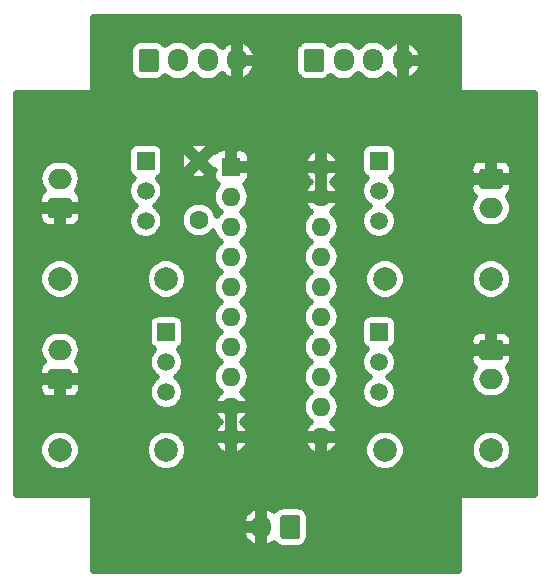
<source format=gbr>
G04 #@! TF.GenerationSoftware,KiCad,Pcbnew,(5.1.4)-1*
G04 #@! TF.CreationDate,2020-01-23T13:17:45+02:00*
G04 #@! TF.ProjectId,4_switch_array,345f7377-6974-4636-985f-61727261792e,rev?*
G04 #@! TF.SameCoordinates,Original*
G04 #@! TF.FileFunction,Copper,L2,Bot*
G04 #@! TF.FilePolarity,Positive*
%FSLAX46Y46*%
G04 Gerber Fmt 4.6, Leading zero omitted, Abs format (unit mm)*
G04 Created by KiCad (PCBNEW (5.1.4)-1) date 2020-01-23 13:17:45*
%MOMM*%
%LPD*%
G04 APERTURE LIST*
%ADD10C,1.600000*%
%ADD11O,1.600000X1.600000*%
%ADD12R,1.600000X1.600000*%
%ADD13C,2.000000*%
%ADD14R,1.500000X1.500000*%
%ADD15C,1.500000*%
%ADD16O,1.700000X2.000000*%
%ADD17C,0.100000*%
%ADD18C,1.700000*%
%ADD19O,2.000000X1.700000*%
%ADD20O,1.700000X1.950000*%
%ADD21C,1.000000*%
%ADD22C,0.500000*%
G04 APERTURE END LIST*
D10*
X140250000Y-46500000D03*
X140250000Y-51500000D03*
D11*
X150620000Y-47000000D03*
X143000000Y-69860000D03*
X150620000Y-49540000D03*
X143000000Y-67320000D03*
X150620000Y-52080000D03*
X143000000Y-64780000D03*
X150620000Y-54620000D03*
X143000000Y-62240000D03*
X150620000Y-57160000D03*
X143000000Y-59700000D03*
X150620000Y-59700000D03*
X143000000Y-57160000D03*
X150620000Y-62240000D03*
X143000000Y-54620000D03*
X150620000Y-64780000D03*
X143000000Y-52080000D03*
X150620000Y-67320000D03*
X143000000Y-49540000D03*
X150620000Y-69860000D03*
D12*
X143000000Y-47000000D03*
D13*
X128500000Y-71000000D03*
X137500000Y-71000000D03*
X165000000Y-56500000D03*
X156000000Y-56500000D03*
X128500000Y-56500000D03*
X137500000Y-56500000D03*
X165000000Y-71000000D03*
X156000000Y-71000000D03*
D14*
X137500000Y-61000000D03*
D15*
X137500000Y-66080000D03*
X137500000Y-63540000D03*
D14*
X155500000Y-46500000D03*
D15*
X155500000Y-51580000D03*
X155500000Y-49040000D03*
D14*
X135750000Y-46500000D03*
D15*
X135750000Y-51580000D03*
X135750000Y-49040000D03*
D14*
X155500000Y-61000000D03*
D15*
X155500000Y-66080000D03*
X155500000Y-63540000D03*
D16*
X145500000Y-77500000D03*
D17*
G36*
X148624504Y-76501204D02*
G01*
X148648773Y-76504804D01*
X148672571Y-76510765D01*
X148695671Y-76519030D01*
X148717849Y-76529520D01*
X148738893Y-76542133D01*
X148758598Y-76556747D01*
X148776777Y-76573223D01*
X148793253Y-76591402D01*
X148807867Y-76611107D01*
X148820480Y-76632151D01*
X148830970Y-76654329D01*
X148839235Y-76677429D01*
X148845196Y-76701227D01*
X148848796Y-76725496D01*
X148850000Y-76750000D01*
X148850000Y-78250000D01*
X148848796Y-78274504D01*
X148845196Y-78298773D01*
X148839235Y-78322571D01*
X148830970Y-78345671D01*
X148820480Y-78367849D01*
X148807867Y-78388893D01*
X148793253Y-78408598D01*
X148776777Y-78426777D01*
X148758598Y-78443253D01*
X148738893Y-78457867D01*
X148717849Y-78470480D01*
X148695671Y-78480970D01*
X148672571Y-78489235D01*
X148648773Y-78495196D01*
X148624504Y-78498796D01*
X148600000Y-78500000D01*
X147400000Y-78500000D01*
X147375496Y-78498796D01*
X147351227Y-78495196D01*
X147327429Y-78489235D01*
X147304329Y-78480970D01*
X147282151Y-78470480D01*
X147261107Y-78457867D01*
X147241402Y-78443253D01*
X147223223Y-78426777D01*
X147206747Y-78408598D01*
X147192133Y-78388893D01*
X147179520Y-78367849D01*
X147169030Y-78345671D01*
X147160765Y-78322571D01*
X147154804Y-78298773D01*
X147151204Y-78274504D01*
X147150000Y-78250000D01*
X147150000Y-76750000D01*
X147151204Y-76725496D01*
X147154804Y-76701227D01*
X147160765Y-76677429D01*
X147169030Y-76654329D01*
X147179520Y-76632151D01*
X147192133Y-76611107D01*
X147206747Y-76591402D01*
X147223223Y-76573223D01*
X147241402Y-76556747D01*
X147261107Y-76542133D01*
X147282151Y-76529520D01*
X147304329Y-76519030D01*
X147327429Y-76510765D01*
X147351227Y-76504804D01*
X147375496Y-76501204D01*
X147400000Y-76500000D01*
X148600000Y-76500000D01*
X148624504Y-76501204D01*
X148624504Y-76501204D01*
G37*
D18*
X148000000Y-77500000D03*
D19*
X128500000Y-62500000D03*
D17*
G36*
X129274504Y-64151204D02*
G01*
X129298773Y-64154804D01*
X129322571Y-64160765D01*
X129345671Y-64169030D01*
X129367849Y-64179520D01*
X129388893Y-64192133D01*
X129408598Y-64206747D01*
X129426777Y-64223223D01*
X129443253Y-64241402D01*
X129457867Y-64261107D01*
X129470480Y-64282151D01*
X129480970Y-64304329D01*
X129489235Y-64327429D01*
X129495196Y-64351227D01*
X129498796Y-64375496D01*
X129500000Y-64400000D01*
X129500000Y-65600000D01*
X129498796Y-65624504D01*
X129495196Y-65648773D01*
X129489235Y-65672571D01*
X129480970Y-65695671D01*
X129470480Y-65717849D01*
X129457867Y-65738893D01*
X129443253Y-65758598D01*
X129426777Y-65776777D01*
X129408598Y-65793253D01*
X129388893Y-65807867D01*
X129367849Y-65820480D01*
X129345671Y-65830970D01*
X129322571Y-65839235D01*
X129298773Y-65845196D01*
X129274504Y-65848796D01*
X129250000Y-65850000D01*
X127750000Y-65850000D01*
X127725496Y-65848796D01*
X127701227Y-65845196D01*
X127677429Y-65839235D01*
X127654329Y-65830970D01*
X127632151Y-65820480D01*
X127611107Y-65807867D01*
X127591402Y-65793253D01*
X127573223Y-65776777D01*
X127556747Y-65758598D01*
X127542133Y-65738893D01*
X127529520Y-65717849D01*
X127519030Y-65695671D01*
X127510765Y-65672571D01*
X127504804Y-65648773D01*
X127501204Y-65624504D01*
X127500000Y-65600000D01*
X127500000Y-64400000D01*
X127501204Y-64375496D01*
X127504804Y-64351227D01*
X127510765Y-64327429D01*
X127519030Y-64304329D01*
X127529520Y-64282151D01*
X127542133Y-64261107D01*
X127556747Y-64241402D01*
X127573223Y-64223223D01*
X127591402Y-64206747D01*
X127611107Y-64192133D01*
X127632151Y-64179520D01*
X127654329Y-64169030D01*
X127677429Y-64160765D01*
X127701227Y-64154804D01*
X127725496Y-64151204D01*
X127750000Y-64150000D01*
X129250000Y-64150000D01*
X129274504Y-64151204D01*
X129274504Y-64151204D01*
G37*
D18*
X128500000Y-65000000D03*
D19*
X165000000Y-50500000D03*
D17*
G36*
X165774504Y-47151204D02*
G01*
X165798773Y-47154804D01*
X165822571Y-47160765D01*
X165845671Y-47169030D01*
X165867849Y-47179520D01*
X165888893Y-47192133D01*
X165908598Y-47206747D01*
X165926777Y-47223223D01*
X165943253Y-47241402D01*
X165957867Y-47261107D01*
X165970480Y-47282151D01*
X165980970Y-47304329D01*
X165989235Y-47327429D01*
X165995196Y-47351227D01*
X165998796Y-47375496D01*
X166000000Y-47400000D01*
X166000000Y-48600000D01*
X165998796Y-48624504D01*
X165995196Y-48648773D01*
X165989235Y-48672571D01*
X165980970Y-48695671D01*
X165970480Y-48717849D01*
X165957867Y-48738893D01*
X165943253Y-48758598D01*
X165926777Y-48776777D01*
X165908598Y-48793253D01*
X165888893Y-48807867D01*
X165867849Y-48820480D01*
X165845671Y-48830970D01*
X165822571Y-48839235D01*
X165798773Y-48845196D01*
X165774504Y-48848796D01*
X165750000Y-48850000D01*
X164250000Y-48850000D01*
X164225496Y-48848796D01*
X164201227Y-48845196D01*
X164177429Y-48839235D01*
X164154329Y-48830970D01*
X164132151Y-48820480D01*
X164111107Y-48807867D01*
X164091402Y-48793253D01*
X164073223Y-48776777D01*
X164056747Y-48758598D01*
X164042133Y-48738893D01*
X164029520Y-48717849D01*
X164019030Y-48695671D01*
X164010765Y-48672571D01*
X164004804Y-48648773D01*
X164001204Y-48624504D01*
X164000000Y-48600000D01*
X164000000Y-47400000D01*
X164001204Y-47375496D01*
X164004804Y-47351227D01*
X164010765Y-47327429D01*
X164019030Y-47304329D01*
X164029520Y-47282151D01*
X164042133Y-47261107D01*
X164056747Y-47241402D01*
X164073223Y-47223223D01*
X164091402Y-47206747D01*
X164111107Y-47192133D01*
X164132151Y-47179520D01*
X164154329Y-47169030D01*
X164177429Y-47160765D01*
X164201227Y-47154804D01*
X164225496Y-47151204D01*
X164250000Y-47150000D01*
X165750000Y-47150000D01*
X165774504Y-47151204D01*
X165774504Y-47151204D01*
G37*
D18*
X165000000Y-48000000D03*
D19*
X128500000Y-48000000D03*
D17*
G36*
X129274504Y-49651204D02*
G01*
X129298773Y-49654804D01*
X129322571Y-49660765D01*
X129345671Y-49669030D01*
X129367849Y-49679520D01*
X129388893Y-49692133D01*
X129408598Y-49706747D01*
X129426777Y-49723223D01*
X129443253Y-49741402D01*
X129457867Y-49761107D01*
X129470480Y-49782151D01*
X129480970Y-49804329D01*
X129489235Y-49827429D01*
X129495196Y-49851227D01*
X129498796Y-49875496D01*
X129500000Y-49900000D01*
X129500000Y-51100000D01*
X129498796Y-51124504D01*
X129495196Y-51148773D01*
X129489235Y-51172571D01*
X129480970Y-51195671D01*
X129470480Y-51217849D01*
X129457867Y-51238893D01*
X129443253Y-51258598D01*
X129426777Y-51276777D01*
X129408598Y-51293253D01*
X129388893Y-51307867D01*
X129367849Y-51320480D01*
X129345671Y-51330970D01*
X129322571Y-51339235D01*
X129298773Y-51345196D01*
X129274504Y-51348796D01*
X129250000Y-51350000D01*
X127750000Y-51350000D01*
X127725496Y-51348796D01*
X127701227Y-51345196D01*
X127677429Y-51339235D01*
X127654329Y-51330970D01*
X127632151Y-51320480D01*
X127611107Y-51307867D01*
X127591402Y-51293253D01*
X127573223Y-51276777D01*
X127556747Y-51258598D01*
X127542133Y-51238893D01*
X127529520Y-51217849D01*
X127519030Y-51195671D01*
X127510765Y-51172571D01*
X127504804Y-51148773D01*
X127501204Y-51124504D01*
X127500000Y-51100000D01*
X127500000Y-49900000D01*
X127501204Y-49875496D01*
X127504804Y-49851227D01*
X127510765Y-49827429D01*
X127519030Y-49804329D01*
X127529520Y-49782151D01*
X127542133Y-49761107D01*
X127556747Y-49741402D01*
X127573223Y-49723223D01*
X127591402Y-49706747D01*
X127611107Y-49692133D01*
X127632151Y-49679520D01*
X127654329Y-49669030D01*
X127677429Y-49660765D01*
X127701227Y-49654804D01*
X127725496Y-49651204D01*
X127750000Y-49650000D01*
X129250000Y-49650000D01*
X129274504Y-49651204D01*
X129274504Y-49651204D01*
G37*
D18*
X128500000Y-50500000D03*
D19*
X165000000Y-65000000D03*
D17*
G36*
X165774504Y-61651204D02*
G01*
X165798773Y-61654804D01*
X165822571Y-61660765D01*
X165845671Y-61669030D01*
X165867849Y-61679520D01*
X165888893Y-61692133D01*
X165908598Y-61706747D01*
X165926777Y-61723223D01*
X165943253Y-61741402D01*
X165957867Y-61761107D01*
X165970480Y-61782151D01*
X165980970Y-61804329D01*
X165989235Y-61827429D01*
X165995196Y-61851227D01*
X165998796Y-61875496D01*
X166000000Y-61900000D01*
X166000000Y-63100000D01*
X165998796Y-63124504D01*
X165995196Y-63148773D01*
X165989235Y-63172571D01*
X165980970Y-63195671D01*
X165970480Y-63217849D01*
X165957867Y-63238893D01*
X165943253Y-63258598D01*
X165926777Y-63276777D01*
X165908598Y-63293253D01*
X165888893Y-63307867D01*
X165867849Y-63320480D01*
X165845671Y-63330970D01*
X165822571Y-63339235D01*
X165798773Y-63345196D01*
X165774504Y-63348796D01*
X165750000Y-63350000D01*
X164250000Y-63350000D01*
X164225496Y-63348796D01*
X164201227Y-63345196D01*
X164177429Y-63339235D01*
X164154329Y-63330970D01*
X164132151Y-63320480D01*
X164111107Y-63307867D01*
X164091402Y-63293253D01*
X164073223Y-63276777D01*
X164056747Y-63258598D01*
X164042133Y-63238893D01*
X164029520Y-63217849D01*
X164019030Y-63195671D01*
X164010765Y-63172571D01*
X164004804Y-63148773D01*
X164001204Y-63124504D01*
X164000000Y-63100000D01*
X164000000Y-61900000D01*
X164001204Y-61875496D01*
X164004804Y-61851227D01*
X164010765Y-61827429D01*
X164019030Y-61804329D01*
X164029520Y-61782151D01*
X164042133Y-61761107D01*
X164056747Y-61741402D01*
X164073223Y-61723223D01*
X164091402Y-61706747D01*
X164111107Y-61692133D01*
X164132151Y-61679520D01*
X164154329Y-61669030D01*
X164177429Y-61660765D01*
X164201227Y-61654804D01*
X164225496Y-61651204D01*
X164250000Y-61650000D01*
X165750000Y-61650000D01*
X165774504Y-61651204D01*
X165774504Y-61651204D01*
G37*
D18*
X165000000Y-62500000D03*
D20*
X157500000Y-38000000D03*
X155000000Y-38000000D03*
X152500000Y-38000000D03*
D17*
G36*
X150624504Y-37026204D02*
G01*
X150648773Y-37029804D01*
X150672571Y-37035765D01*
X150695671Y-37044030D01*
X150717849Y-37054520D01*
X150738893Y-37067133D01*
X150758598Y-37081747D01*
X150776777Y-37098223D01*
X150793253Y-37116402D01*
X150807867Y-37136107D01*
X150820480Y-37157151D01*
X150830970Y-37179329D01*
X150839235Y-37202429D01*
X150845196Y-37226227D01*
X150848796Y-37250496D01*
X150850000Y-37275000D01*
X150850000Y-38725000D01*
X150848796Y-38749504D01*
X150845196Y-38773773D01*
X150839235Y-38797571D01*
X150830970Y-38820671D01*
X150820480Y-38842849D01*
X150807867Y-38863893D01*
X150793253Y-38883598D01*
X150776777Y-38901777D01*
X150758598Y-38918253D01*
X150738893Y-38932867D01*
X150717849Y-38945480D01*
X150695671Y-38955970D01*
X150672571Y-38964235D01*
X150648773Y-38970196D01*
X150624504Y-38973796D01*
X150600000Y-38975000D01*
X149400000Y-38975000D01*
X149375496Y-38973796D01*
X149351227Y-38970196D01*
X149327429Y-38964235D01*
X149304329Y-38955970D01*
X149282151Y-38945480D01*
X149261107Y-38932867D01*
X149241402Y-38918253D01*
X149223223Y-38901777D01*
X149206747Y-38883598D01*
X149192133Y-38863893D01*
X149179520Y-38842849D01*
X149169030Y-38820671D01*
X149160765Y-38797571D01*
X149154804Y-38773773D01*
X149151204Y-38749504D01*
X149150000Y-38725000D01*
X149150000Y-37275000D01*
X149151204Y-37250496D01*
X149154804Y-37226227D01*
X149160765Y-37202429D01*
X149169030Y-37179329D01*
X149179520Y-37157151D01*
X149192133Y-37136107D01*
X149206747Y-37116402D01*
X149223223Y-37098223D01*
X149241402Y-37081747D01*
X149261107Y-37067133D01*
X149282151Y-37054520D01*
X149304329Y-37044030D01*
X149327429Y-37035765D01*
X149351227Y-37029804D01*
X149375496Y-37026204D01*
X149400000Y-37025000D01*
X150600000Y-37025000D01*
X150624504Y-37026204D01*
X150624504Y-37026204D01*
G37*
D18*
X150000000Y-38000000D03*
D20*
X143500000Y-38000000D03*
X141000000Y-38000000D03*
X138500000Y-38000000D03*
D17*
G36*
X136624504Y-37026204D02*
G01*
X136648773Y-37029804D01*
X136672571Y-37035765D01*
X136695671Y-37044030D01*
X136717849Y-37054520D01*
X136738893Y-37067133D01*
X136758598Y-37081747D01*
X136776777Y-37098223D01*
X136793253Y-37116402D01*
X136807867Y-37136107D01*
X136820480Y-37157151D01*
X136830970Y-37179329D01*
X136839235Y-37202429D01*
X136845196Y-37226227D01*
X136848796Y-37250496D01*
X136850000Y-37275000D01*
X136850000Y-38725000D01*
X136848796Y-38749504D01*
X136845196Y-38773773D01*
X136839235Y-38797571D01*
X136830970Y-38820671D01*
X136820480Y-38842849D01*
X136807867Y-38863893D01*
X136793253Y-38883598D01*
X136776777Y-38901777D01*
X136758598Y-38918253D01*
X136738893Y-38932867D01*
X136717849Y-38945480D01*
X136695671Y-38955970D01*
X136672571Y-38964235D01*
X136648773Y-38970196D01*
X136624504Y-38973796D01*
X136600000Y-38975000D01*
X135400000Y-38975000D01*
X135375496Y-38973796D01*
X135351227Y-38970196D01*
X135327429Y-38964235D01*
X135304329Y-38955970D01*
X135282151Y-38945480D01*
X135261107Y-38932867D01*
X135241402Y-38918253D01*
X135223223Y-38901777D01*
X135206747Y-38883598D01*
X135192133Y-38863893D01*
X135179520Y-38842849D01*
X135169030Y-38820671D01*
X135160765Y-38797571D01*
X135154804Y-38773773D01*
X135151204Y-38749504D01*
X135150000Y-38725000D01*
X135150000Y-37275000D01*
X135151204Y-37250496D01*
X135154804Y-37226227D01*
X135160765Y-37202429D01*
X135169030Y-37179329D01*
X135179520Y-37157151D01*
X135192133Y-37136107D01*
X135206747Y-37116402D01*
X135223223Y-37098223D01*
X135241402Y-37081747D01*
X135261107Y-37067133D01*
X135282151Y-37054520D01*
X135304329Y-37044030D01*
X135327429Y-37035765D01*
X135351227Y-37029804D01*
X135375496Y-37026204D01*
X135400000Y-37025000D01*
X136600000Y-37025000D01*
X136624504Y-37026204D01*
X136624504Y-37026204D01*
G37*
D18*
X136000000Y-38000000D03*
D21*
X155500000Y-66080000D02*
X155486999Y-66080000D01*
D22*
G36*
X162250000Y-40500000D02*
G01*
X162254804Y-40548773D01*
X162269030Y-40595671D01*
X162292133Y-40638893D01*
X162323223Y-40676777D01*
X162361107Y-40707867D01*
X162404329Y-40730970D01*
X162451227Y-40745196D01*
X162500000Y-40750000D01*
X168725000Y-40750000D01*
X168725001Y-74750000D01*
X162500000Y-74750000D01*
X162451227Y-74754804D01*
X162404329Y-74769030D01*
X162361107Y-74792133D01*
X162323223Y-74823223D01*
X162292133Y-74861107D01*
X162269030Y-74904329D01*
X162254804Y-74951227D01*
X162250000Y-75000000D01*
X162250000Y-81225000D01*
X131250000Y-81225000D01*
X131250000Y-77997839D01*
X143943074Y-77997839D01*
X144040850Y-78294897D01*
X144194700Y-78567172D01*
X144398712Y-78804200D01*
X144645046Y-78996873D01*
X144924236Y-79137786D01*
X145005857Y-79171783D01*
X145250000Y-79040200D01*
X145250000Y-77750000D01*
X144095328Y-77750000D01*
X143943074Y-77997839D01*
X131250000Y-77997839D01*
X131250000Y-77002161D01*
X143943074Y-77002161D01*
X144095328Y-77250000D01*
X145250000Y-77250000D01*
X145250000Y-75959800D01*
X145750000Y-75959800D01*
X145750000Y-77250000D01*
X145770000Y-77250000D01*
X145770000Y-77750000D01*
X145750000Y-77750000D01*
X145750000Y-79040200D01*
X145994143Y-79171783D01*
X146075764Y-79137786D01*
X146354954Y-78996873D01*
X146577807Y-78822566D01*
X146690328Y-78959672D01*
X146842414Y-79084486D01*
X147015928Y-79177231D01*
X147204202Y-79234344D01*
X147400000Y-79253628D01*
X148600000Y-79253628D01*
X148795798Y-79234344D01*
X148984072Y-79177231D01*
X149157586Y-79084486D01*
X149309672Y-78959672D01*
X149434486Y-78807586D01*
X149527231Y-78634072D01*
X149584344Y-78445798D01*
X149603628Y-78250000D01*
X149603628Y-76750000D01*
X149584344Y-76554202D01*
X149527231Y-76365928D01*
X149434486Y-76192414D01*
X149309672Y-76040328D01*
X149157586Y-75915514D01*
X148984072Y-75822769D01*
X148795798Y-75765656D01*
X148600000Y-75746372D01*
X147400000Y-75746372D01*
X147204202Y-75765656D01*
X147015928Y-75822769D01*
X146842414Y-75915514D01*
X146690328Y-76040328D01*
X146577807Y-76177434D01*
X146354954Y-76003127D01*
X146075764Y-75862214D01*
X145994143Y-75828217D01*
X145750000Y-75959800D01*
X145250000Y-75959800D01*
X145005857Y-75828217D01*
X144924236Y-75862214D01*
X144645046Y-76003127D01*
X144398712Y-76195800D01*
X144194700Y-76432828D01*
X144040850Y-76705103D01*
X143943074Y-77002161D01*
X131250000Y-77002161D01*
X131250000Y-75000000D01*
X131245196Y-74951227D01*
X131230970Y-74904329D01*
X131207867Y-74861107D01*
X131176777Y-74823223D01*
X131138893Y-74792133D01*
X131095671Y-74769030D01*
X131048773Y-74754804D01*
X131000000Y-74750000D01*
X124775000Y-74750000D01*
X124775000Y-70827640D01*
X126750000Y-70827640D01*
X126750000Y-71172360D01*
X126817251Y-71510456D01*
X126949170Y-71828936D01*
X127140686Y-72115560D01*
X127384440Y-72359314D01*
X127671064Y-72550830D01*
X127989544Y-72682749D01*
X128327640Y-72750000D01*
X128672360Y-72750000D01*
X129010456Y-72682749D01*
X129328936Y-72550830D01*
X129615560Y-72359314D01*
X129859314Y-72115560D01*
X130050830Y-71828936D01*
X130182749Y-71510456D01*
X130250000Y-71172360D01*
X130250000Y-70827640D01*
X135750000Y-70827640D01*
X135750000Y-71172360D01*
X135817251Y-71510456D01*
X135949170Y-71828936D01*
X136140686Y-72115560D01*
X136384440Y-72359314D01*
X136671064Y-72550830D01*
X136989544Y-72682749D01*
X137327640Y-72750000D01*
X137672360Y-72750000D01*
X138010456Y-72682749D01*
X138328936Y-72550830D01*
X138615560Y-72359314D01*
X138859314Y-72115560D01*
X139050830Y-71828936D01*
X139182749Y-71510456D01*
X139250000Y-71172360D01*
X139250000Y-70827640D01*
X139182749Y-70489544D01*
X139123383Y-70346221D01*
X141528236Y-70346221D01*
X141615489Y-70556890D01*
X141778048Y-70813604D01*
X141987566Y-71033672D01*
X142235992Y-71208636D01*
X142513778Y-71331773D01*
X142750000Y-71202215D01*
X142750000Y-70110000D01*
X143250000Y-70110000D01*
X143250000Y-71202215D01*
X143486222Y-71331773D01*
X143764008Y-71208636D01*
X144012434Y-71033672D01*
X144221952Y-70813604D01*
X144384511Y-70556890D01*
X144471764Y-70346221D01*
X149148236Y-70346221D01*
X149235489Y-70556890D01*
X149398048Y-70813604D01*
X149607566Y-71033672D01*
X149855992Y-71208636D01*
X150133778Y-71331773D01*
X150370000Y-71202215D01*
X150370000Y-70110000D01*
X150870000Y-70110000D01*
X150870000Y-71202215D01*
X151106222Y-71331773D01*
X151384008Y-71208636D01*
X151632434Y-71033672D01*
X151828588Y-70827640D01*
X154250000Y-70827640D01*
X154250000Y-71172360D01*
X154317251Y-71510456D01*
X154449170Y-71828936D01*
X154640686Y-72115560D01*
X154884440Y-72359314D01*
X155171064Y-72550830D01*
X155489544Y-72682749D01*
X155827640Y-72750000D01*
X156172360Y-72750000D01*
X156510456Y-72682749D01*
X156828936Y-72550830D01*
X157115560Y-72359314D01*
X157359314Y-72115560D01*
X157550830Y-71828936D01*
X157682749Y-71510456D01*
X157750000Y-71172360D01*
X157750000Y-70827640D01*
X163250000Y-70827640D01*
X163250000Y-71172360D01*
X163317251Y-71510456D01*
X163449170Y-71828936D01*
X163640686Y-72115560D01*
X163884440Y-72359314D01*
X164171064Y-72550830D01*
X164489544Y-72682749D01*
X164827640Y-72750000D01*
X165172360Y-72750000D01*
X165510456Y-72682749D01*
X165828936Y-72550830D01*
X166115560Y-72359314D01*
X166359314Y-72115560D01*
X166550830Y-71828936D01*
X166682749Y-71510456D01*
X166750000Y-71172360D01*
X166750000Y-70827640D01*
X166682749Y-70489544D01*
X166550830Y-70171064D01*
X166359314Y-69884440D01*
X166115560Y-69640686D01*
X165828936Y-69449170D01*
X165510456Y-69317251D01*
X165172360Y-69250000D01*
X164827640Y-69250000D01*
X164489544Y-69317251D01*
X164171064Y-69449170D01*
X163884440Y-69640686D01*
X163640686Y-69884440D01*
X163449170Y-70171064D01*
X163317251Y-70489544D01*
X163250000Y-70827640D01*
X157750000Y-70827640D01*
X157682749Y-70489544D01*
X157550830Y-70171064D01*
X157359314Y-69884440D01*
X157115560Y-69640686D01*
X156828936Y-69449170D01*
X156510456Y-69317251D01*
X156172360Y-69250000D01*
X155827640Y-69250000D01*
X155489544Y-69317251D01*
X155171064Y-69449170D01*
X154884440Y-69640686D01*
X154640686Y-69884440D01*
X154449170Y-70171064D01*
X154317251Y-70489544D01*
X154250000Y-70827640D01*
X151828588Y-70827640D01*
X151841952Y-70813604D01*
X152004511Y-70556890D01*
X152091764Y-70346221D01*
X151959368Y-70110000D01*
X150870000Y-70110000D01*
X150370000Y-70110000D01*
X149280632Y-70110000D01*
X149148236Y-70346221D01*
X144471764Y-70346221D01*
X144339368Y-70110000D01*
X143250000Y-70110000D01*
X142750000Y-70110000D01*
X141660632Y-70110000D01*
X141528236Y-70346221D01*
X139123383Y-70346221D01*
X139050830Y-70171064D01*
X138859314Y-69884440D01*
X138615560Y-69640686D01*
X138328936Y-69449170D01*
X138010456Y-69317251D01*
X137672360Y-69250000D01*
X137327640Y-69250000D01*
X136989544Y-69317251D01*
X136671064Y-69449170D01*
X136384440Y-69640686D01*
X136140686Y-69884440D01*
X135949170Y-70171064D01*
X135817251Y-70489544D01*
X135750000Y-70827640D01*
X130250000Y-70827640D01*
X130182749Y-70489544D01*
X130050830Y-70171064D01*
X129859314Y-69884440D01*
X129615560Y-69640686D01*
X129328936Y-69449170D01*
X129010456Y-69317251D01*
X128672360Y-69250000D01*
X128327640Y-69250000D01*
X127989544Y-69317251D01*
X127671064Y-69449170D01*
X127384440Y-69640686D01*
X127140686Y-69884440D01*
X126949170Y-70171064D01*
X126817251Y-70489544D01*
X126750000Y-70827640D01*
X124775000Y-70827640D01*
X124775000Y-67806221D01*
X141528236Y-67806221D01*
X141615489Y-68016890D01*
X141778048Y-68273604D01*
X141987566Y-68493672D01*
X142124339Y-68590000D01*
X141987566Y-68686328D01*
X141778048Y-68906396D01*
X141615489Y-69163110D01*
X141528236Y-69373779D01*
X141660632Y-69610000D01*
X142750000Y-69610000D01*
X142750000Y-67570000D01*
X143250000Y-67570000D01*
X143250000Y-69610000D01*
X144339368Y-69610000D01*
X144471764Y-69373779D01*
X144384511Y-69163110D01*
X144221952Y-68906396D01*
X144012434Y-68686328D01*
X143875661Y-68590000D01*
X144012434Y-68493672D01*
X144221952Y-68273604D01*
X144384511Y-68016890D01*
X144471764Y-67806221D01*
X144339368Y-67570000D01*
X143250000Y-67570000D01*
X142750000Y-67570000D01*
X141660632Y-67570000D01*
X141528236Y-67806221D01*
X124775000Y-67806221D01*
X124775000Y-65850000D01*
X126746371Y-65850000D01*
X126760852Y-65997026D01*
X126803738Y-66138401D01*
X126873380Y-66268694D01*
X126967104Y-66382896D01*
X127081306Y-66476620D01*
X127211599Y-66546262D01*
X127352974Y-66589148D01*
X127500000Y-66603629D01*
X128062500Y-66600000D01*
X128250000Y-66412500D01*
X128250000Y-65250000D01*
X128750000Y-65250000D01*
X128750000Y-66412500D01*
X128937500Y-66600000D01*
X129500000Y-66603629D01*
X129647026Y-66589148D01*
X129788401Y-66546262D01*
X129918694Y-66476620D01*
X130032896Y-66382896D01*
X130126620Y-66268694D01*
X130196262Y-66138401D01*
X130239148Y-65997026D01*
X130253629Y-65850000D01*
X130250000Y-65437500D01*
X130062500Y-65250000D01*
X128750000Y-65250000D01*
X128250000Y-65250000D01*
X126937500Y-65250000D01*
X126750000Y-65437500D01*
X126746371Y-65850000D01*
X124775000Y-65850000D01*
X124775000Y-62500000D01*
X126742259Y-62500000D01*
X126773151Y-62813655D01*
X126864641Y-63115256D01*
X127013212Y-63393213D01*
X127108228Y-63508990D01*
X127081306Y-63523380D01*
X126967104Y-63617104D01*
X126873380Y-63731306D01*
X126803738Y-63861599D01*
X126760852Y-64002974D01*
X126746371Y-64150000D01*
X126750000Y-64562500D01*
X126937500Y-64750000D01*
X128250000Y-64750000D01*
X128250000Y-64730000D01*
X128750000Y-64730000D01*
X128750000Y-64750000D01*
X130062500Y-64750000D01*
X130250000Y-64562500D01*
X130253629Y-64150000D01*
X130239148Y-64002974D01*
X130196262Y-63861599D01*
X130126620Y-63731306D01*
X130032896Y-63617104D01*
X129918694Y-63523380D01*
X129891772Y-63508990D01*
X129986788Y-63393213D01*
X130135359Y-63115256D01*
X130226849Y-62813655D01*
X130257741Y-62500000D01*
X130226849Y-62186345D01*
X130135359Y-61884744D01*
X129986788Y-61606787D01*
X129786845Y-61363155D01*
X129543213Y-61163212D01*
X129265256Y-61014641D01*
X128963655Y-60923151D01*
X128728597Y-60900000D01*
X128271403Y-60900000D01*
X128036345Y-60923151D01*
X127734744Y-61014641D01*
X127456787Y-61163212D01*
X127213155Y-61363155D01*
X127013212Y-61606787D01*
X126864641Y-61884744D01*
X126773151Y-62186345D01*
X126742259Y-62500000D01*
X124775000Y-62500000D01*
X124775000Y-60250000D01*
X135996372Y-60250000D01*
X135996372Y-61750000D01*
X136010853Y-61897026D01*
X136053739Y-62038401D01*
X136123381Y-62168693D01*
X136217105Y-62282895D01*
X136331307Y-62376619D01*
X136461599Y-62446261D01*
X136469901Y-62448779D01*
X136334874Y-62583806D01*
X136170717Y-62829483D01*
X136057644Y-63102466D01*
X136000000Y-63392263D01*
X136000000Y-63687737D01*
X136057644Y-63977534D01*
X136170717Y-64250517D01*
X136334874Y-64496194D01*
X136543806Y-64705126D01*
X136700760Y-64810000D01*
X136543806Y-64914874D01*
X136334874Y-65123806D01*
X136170717Y-65369483D01*
X136057644Y-65642466D01*
X136000000Y-65932263D01*
X136000000Y-66227737D01*
X136057644Y-66517534D01*
X136170717Y-66790517D01*
X136334874Y-67036194D01*
X136543806Y-67245126D01*
X136789483Y-67409283D01*
X137062466Y-67522356D01*
X137352263Y-67580000D01*
X137647737Y-67580000D01*
X137937534Y-67522356D01*
X138210517Y-67409283D01*
X138456194Y-67245126D01*
X138665126Y-67036194D01*
X138829283Y-66790517D01*
X138942356Y-66517534D01*
X139000000Y-66227737D01*
X139000000Y-65932263D01*
X138942356Y-65642466D01*
X138829283Y-65369483D01*
X138665126Y-65123806D01*
X138456194Y-64914874D01*
X138299240Y-64810000D01*
X138456194Y-64705126D01*
X138665126Y-64496194D01*
X138829283Y-64250517D01*
X138942356Y-63977534D01*
X139000000Y-63687737D01*
X139000000Y-63392263D01*
X138942356Y-63102466D01*
X138829283Y-62829483D01*
X138665126Y-62583806D01*
X138530099Y-62448779D01*
X138538401Y-62446261D01*
X138668693Y-62376619D01*
X138782895Y-62282895D01*
X138876619Y-62168693D01*
X138946261Y-62038401D01*
X138989147Y-61897026D01*
X139003628Y-61750000D01*
X139003628Y-60250000D01*
X138989147Y-60102974D01*
X138946261Y-59961599D01*
X138876619Y-59831307D01*
X138782895Y-59717105D01*
X138668693Y-59623381D01*
X138538401Y-59553739D01*
X138397026Y-59510853D01*
X138250000Y-59496372D01*
X136750000Y-59496372D01*
X136602974Y-59510853D01*
X136461599Y-59553739D01*
X136331307Y-59623381D01*
X136217105Y-59717105D01*
X136123381Y-59831307D01*
X136053739Y-59961599D01*
X136010853Y-60102974D01*
X135996372Y-60250000D01*
X124775000Y-60250000D01*
X124775000Y-56327640D01*
X126750000Y-56327640D01*
X126750000Y-56672360D01*
X126817251Y-57010456D01*
X126949170Y-57328936D01*
X127140686Y-57615560D01*
X127384440Y-57859314D01*
X127671064Y-58050830D01*
X127989544Y-58182749D01*
X128327640Y-58250000D01*
X128672360Y-58250000D01*
X129010456Y-58182749D01*
X129328936Y-58050830D01*
X129615560Y-57859314D01*
X129859314Y-57615560D01*
X130050830Y-57328936D01*
X130182749Y-57010456D01*
X130250000Y-56672360D01*
X130250000Y-56327640D01*
X135750000Y-56327640D01*
X135750000Y-56672360D01*
X135817251Y-57010456D01*
X135949170Y-57328936D01*
X136140686Y-57615560D01*
X136384440Y-57859314D01*
X136671064Y-58050830D01*
X136989544Y-58182749D01*
X137327640Y-58250000D01*
X137672360Y-58250000D01*
X138010456Y-58182749D01*
X138328936Y-58050830D01*
X138615560Y-57859314D01*
X138859314Y-57615560D01*
X139050830Y-57328936D01*
X139182749Y-57010456D01*
X139250000Y-56672360D01*
X139250000Y-56327640D01*
X139182749Y-55989544D01*
X139050830Y-55671064D01*
X138859314Y-55384440D01*
X138615560Y-55140686D01*
X138328936Y-54949170D01*
X138010456Y-54817251D01*
X137672360Y-54750000D01*
X137327640Y-54750000D01*
X136989544Y-54817251D01*
X136671064Y-54949170D01*
X136384440Y-55140686D01*
X136140686Y-55384440D01*
X135949170Y-55671064D01*
X135817251Y-55989544D01*
X135750000Y-56327640D01*
X130250000Y-56327640D01*
X130182749Y-55989544D01*
X130050830Y-55671064D01*
X129859314Y-55384440D01*
X129615560Y-55140686D01*
X129328936Y-54949170D01*
X129010456Y-54817251D01*
X128672360Y-54750000D01*
X128327640Y-54750000D01*
X127989544Y-54817251D01*
X127671064Y-54949170D01*
X127384440Y-55140686D01*
X127140686Y-55384440D01*
X126949170Y-55671064D01*
X126817251Y-55989544D01*
X126750000Y-56327640D01*
X124775000Y-56327640D01*
X124775000Y-51350000D01*
X126746371Y-51350000D01*
X126760852Y-51497026D01*
X126803738Y-51638401D01*
X126873380Y-51768694D01*
X126967104Y-51882896D01*
X127081306Y-51976620D01*
X127211599Y-52046262D01*
X127352974Y-52089148D01*
X127500000Y-52103629D01*
X128062500Y-52100000D01*
X128250000Y-51912500D01*
X128250000Y-50750000D01*
X128750000Y-50750000D01*
X128750000Y-51912500D01*
X128937500Y-52100000D01*
X129500000Y-52103629D01*
X129647026Y-52089148D01*
X129788401Y-52046262D01*
X129918694Y-51976620D01*
X130032896Y-51882896D01*
X130126620Y-51768694D01*
X130196262Y-51638401D01*
X130239148Y-51497026D01*
X130253629Y-51350000D01*
X130250000Y-50937500D01*
X130062500Y-50750000D01*
X128750000Y-50750000D01*
X128250000Y-50750000D01*
X126937500Y-50750000D01*
X126750000Y-50937500D01*
X126746371Y-51350000D01*
X124775000Y-51350000D01*
X124775000Y-48000000D01*
X126742259Y-48000000D01*
X126773151Y-48313655D01*
X126864641Y-48615256D01*
X127013212Y-48893213D01*
X127108228Y-49008990D01*
X127081306Y-49023380D01*
X126967104Y-49117104D01*
X126873380Y-49231306D01*
X126803738Y-49361599D01*
X126760852Y-49502974D01*
X126746371Y-49650000D01*
X126750000Y-50062500D01*
X126937500Y-50250000D01*
X128250000Y-50250000D01*
X128250000Y-50230000D01*
X128750000Y-50230000D01*
X128750000Y-50250000D01*
X130062500Y-50250000D01*
X130250000Y-50062500D01*
X130253629Y-49650000D01*
X130239148Y-49502974D01*
X130196262Y-49361599D01*
X130126620Y-49231306D01*
X130032896Y-49117104D01*
X129918694Y-49023380D01*
X129891772Y-49008990D01*
X129986788Y-48893213D01*
X130135359Y-48615256D01*
X130226849Y-48313655D01*
X130257741Y-48000000D01*
X130226849Y-47686345D01*
X130135359Y-47384744D01*
X129986788Y-47106787D01*
X129786845Y-46863155D01*
X129543213Y-46663212D01*
X129265256Y-46514641D01*
X128963655Y-46423151D01*
X128728597Y-46400000D01*
X128271403Y-46400000D01*
X128036345Y-46423151D01*
X127734744Y-46514641D01*
X127456787Y-46663212D01*
X127213155Y-46863155D01*
X127013212Y-47106787D01*
X126864641Y-47384744D01*
X126773151Y-47686345D01*
X126742259Y-48000000D01*
X124775000Y-48000000D01*
X124775000Y-45750000D01*
X134246372Y-45750000D01*
X134246372Y-47250000D01*
X134260853Y-47397026D01*
X134303739Y-47538401D01*
X134373381Y-47668693D01*
X134467105Y-47782895D01*
X134581307Y-47876619D01*
X134711599Y-47946261D01*
X134719901Y-47948779D01*
X134584874Y-48083806D01*
X134420717Y-48329483D01*
X134307644Y-48602466D01*
X134250000Y-48892263D01*
X134250000Y-49187737D01*
X134307644Y-49477534D01*
X134420717Y-49750517D01*
X134584874Y-49996194D01*
X134793806Y-50205126D01*
X134950760Y-50310000D01*
X134793806Y-50414874D01*
X134584874Y-50623806D01*
X134420717Y-50869483D01*
X134307644Y-51142466D01*
X134250000Y-51432263D01*
X134250000Y-51727737D01*
X134307644Y-52017534D01*
X134420717Y-52290517D01*
X134584874Y-52536194D01*
X134793806Y-52745126D01*
X135039483Y-52909283D01*
X135312466Y-53022356D01*
X135602263Y-53080000D01*
X135897737Y-53080000D01*
X136187534Y-53022356D01*
X136460517Y-52909283D01*
X136706194Y-52745126D01*
X136915126Y-52536194D01*
X137079283Y-52290517D01*
X137192356Y-52017534D01*
X137250000Y-51727737D01*
X137250000Y-51432263D01*
X137233108Y-51347338D01*
X138700000Y-51347338D01*
X138700000Y-51652662D01*
X138759565Y-51952118D01*
X138876408Y-52234200D01*
X139046036Y-52488068D01*
X139261932Y-52703964D01*
X139515800Y-52873592D01*
X139797882Y-52990435D01*
X140097338Y-53050000D01*
X140402662Y-53050000D01*
X140702118Y-52990435D01*
X140984200Y-52873592D01*
X141238068Y-52703964D01*
X141453964Y-52488068D01*
X141488405Y-52436523D01*
X141561059Y-52676029D01*
X141704987Y-52945300D01*
X141898682Y-53181318D01*
X142104222Y-53350000D01*
X141898682Y-53518682D01*
X141704987Y-53754700D01*
X141561059Y-54023971D01*
X141472428Y-54316147D01*
X141442501Y-54620000D01*
X141472428Y-54923853D01*
X141561059Y-55216029D01*
X141704987Y-55485300D01*
X141898682Y-55721318D01*
X142104222Y-55890000D01*
X141898682Y-56058682D01*
X141704987Y-56294700D01*
X141561059Y-56563971D01*
X141472428Y-56856147D01*
X141442501Y-57160000D01*
X141472428Y-57463853D01*
X141561059Y-57756029D01*
X141704987Y-58025300D01*
X141898682Y-58261318D01*
X142104222Y-58430000D01*
X141898682Y-58598682D01*
X141704987Y-58834700D01*
X141561059Y-59103971D01*
X141472428Y-59396147D01*
X141442501Y-59700000D01*
X141472428Y-60003853D01*
X141561059Y-60296029D01*
X141704987Y-60565300D01*
X141898682Y-60801318D01*
X142104222Y-60970000D01*
X141898682Y-61138682D01*
X141704987Y-61374700D01*
X141561059Y-61643971D01*
X141472428Y-61936147D01*
X141442501Y-62240000D01*
X141472428Y-62543853D01*
X141561059Y-62836029D01*
X141704987Y-63105300D01*
X141898682Y-63341318D01*
X142104222Y-63510000D01*
X141898682Y-63678682D01*
X141704987Y-63914700D01*
X141561059Y-64183971D01*
X141472428Y-64476147D01*
X141442501Y-64780000D01*
X141472428Y-65083853D01*
X141561059Y-65376029D01*
X141704987Y-65645300D01*
X141898682Y-65881318D01*
X142113513Y-66057625D01*
X141987566Y-66146328D01*
X141778048Y-66366396D01*
X141615489Y-66623110D01*
X141528236Y-66833779D01*
X141660632Y-67070000D01*
X142750000Y-67070000D01*
X142750000Y-67050000D01*
X143250000Y-67050000D01*
X143250000Y-67070000D01*
X144339368Y-67070000D01*
X144471764Y-66833779D01*
X144384511Y-66623110D01*
X144221952Y-66366396D01*
X144012434Y-66146328D01*
X143886487Y-66057625D01*
X144101318Y-65881318D01*
X144295013Y-65645300D01*
X144438941Y-65376029D01*
X144527572Y-65083853D01*
X144557499Y-64780000D01*
X144527572Y-64476147D01*
X144438941Y-64183971D01*
X144295013Y-63914700D01*
X144101318Y-63678682D01*
X143895778Y-63510000D01*
X144101318Y-63341318D01*
X144295013Y-63105300D01*
X144438941Y-62836029D01*
X144527572Y-62543853D01*
X144557499Y-62240000D01*
X144527572Y-61936147D01*
X144438941Y-61643971D01*
X144295013Y-61374700D01*
X144101318Y-61138682D01*
X143895778Y-60970000D01*
X144101318Y-60801318D01*
X144295013Y-60565300D01*
X144438941Y-60296029D01*
X144527572Y-60003853D01*
X144557499Y-59700000D01*
X144527572Y-59396147D01*
X144438941Y-59103971D01*
X144295013Y-58834700D01*
X144101318Y-58598682D01*
X143895778Y-58430000D01*
X144101318Y-58261318D01*
X144295013Y-58025300D01*
X144438941Y-57756029D01*
X144527572Y-57463853D01*
X144557499Y-57160000D01*
X144527572Y-56856147D01*
X144438941Y-56563971D01*
X144295013Y-56294700D01*
X144101318Y-56058682D01*
X143895778Y-55890000D01*
X144101318Y-55721318D01*
X144295013Y-55485300D01*
X144438941Y-55216029D01*
X144527572Y-54923853D01*
X144557499Y-54620000D01*
X144527572Y-54316147D01*
X144438941Y-54023971D01*
X144295013Y-53754700D01*
X144101318Y-53518682D01*
X143895778Y-53350000D01*
X144101318Y-53181318D01*
X144295013Y-52945300D01*
X144438941Y-52676029D01*
X144527572Y-52383853D01*
X144557499Y-52080000D01*
X149062501Y-52080000D01*
X149092428Y-52383853D01*
X149181059Y-52676029D01*
X149324987Y-52945300D01*
X149518682Y-53181318D01*
X149724222Y-53350000D01*
X149518682Y-53518682D01*
X149324987Y-53754700D01*
X149181059Y-54023971D01*
X149092428Y-54316147D01*
X149062501Y-54620000D01*
X149092428Y-54923853D01*
X149181059Y-55216029D01*
X149324987Y-55485300D01*
X149518682Y-55721318D01*
X149724222Y-55890000D01*
X149518682Y-56058682D01*
X149324987Y-56294700D01*
X149181059Y-56563971D01*
X149092428Y-56856147D01*
X149062501Y-57160000D01*
X149092428Y-57463853D01*
X149181059Y-57756029D01*
X149324987Y-58025300D01*
X149518682Y-58261318D01*
X149724222Y-58430000D01*
X149518682Y-58598682D01*
X149324987Y-58834700D01*
X149181059Y-59103971D01*
X149092428Y-59396147D01*
X149062501Y-59700000D01*
X149092428Y-60003853D01*
X149181059Y-60296029D01*
X149324987Y-60565300D01*
X149518682Y-60801318D01*
X149724222Y-60970000D01*
X149518682Y-61138682D01*
X149324987Y-61374700D01*
X149181059Y-61643971D01*
X149092428Y-61936147D01*
X149062501Y-62240000D01*
X149092428Y-62543853D01*
X149181059Y-62836029D01*
X149324987Y-63105300D01*
X149518682Y-63341318D01*
X149724222Y-63510000D01*
X149518682Y-63678682D01*
X149324987Y-63914700D01*
X149181059Y-64183971D01*
X149092428Y-64476147D01*
X149062501Y-64780000D01*
X149092428Y-65083853D01*
X149181059Y-65376029D01*
X149324987Y-65645300D01*
X149518682Y-65881318D01*
X149724222Y-66050000D01*
X149518682Y-66218682D01*
X149324987Y-66454700D01*
X149181059Y-66723971D01*
X149092428Y-67016147D01*
X149062501Y-67320000D01*
X149092428Y-67623853D01*
X149181059Y-67916029D01*
X149324987Y-68185300D01*
X149518682Y-68421318D01*
X149733513Y-68597625D01*
X149607566Y-68686328D01*
X149398048Y-68906396D01*
X149235489Y-69163110D01*
X149148236Y-69373779D01*
X149280632Y-69610000D01*
X150370000Y-69610000D01*
X150370000Y-69590000D01*
X150870000Y-69590000D01*
X150870000Y-69610000D01*
X151959368Y-69610000D01*
X152091764Y-69373779D01*
X152004511Y-69163110D01*
X151841952Y-68906396D01*
X151632434Y-68686328D01*
X151506487Y-68597625D01*
X151721318Y-68421318D01*
X151915013Y-68185300D01*
X152058941Y-67916029D01*
X152147572Y-67623853D01*
X152177499Y-67320000D01*
X152147572Y-67016147D01*
X152058941Y-66723971D01*
X151915013Y-66454700D01*
X151721318Y-66218682D01*
X151515778Y-66050000D01*
X151721318Y-65881318D01*
X151915013Y-65645300D01*
X152058941Y-65376029D01*
X152147572Y-65083853D01*
X152177499Y-64780000D01*
X152147572Y-64476147D01*
X152058941Y-64183971D01*
X151915013Y-63914700D01*
X151721318Y-63678682D01*
X151515778Y-63510000D01*
X151721318Y-63341318D01*
X151915013Y-63105300D01*
X152058941Y-62836029D01*
X152147572Y-62543853D01*
X152177499Y-62240000D01*
X152147572Y-61936147D01*
X152058941Y-61643971D01*
X151915013Y-61374700D01*
X151721318Y-61138682D01*
X151515778Y-60970000D01*
X151721318Y-60801318D01*
X151915013Y-60565300D01*
X152058941Y-60296029D01*
X152072903Y-60250000D01*
X153996372Y-60250000D01*
X153996372Y-61750000D01*
X154010853Y-61897026D01*
X154053739Y-62038401D01*
X154123381Y-62168693D01*
X154217105Y-62282895D01*
X154331307Y-62376619D01*
X154461599Y-62446261D01*
X154469901Y-62448779D01*
X154334874Y-62583806D01*
X154170717Y-62829483D01*
X154057644Y-63102466D01*
X154000000Y-63392263D01*
X154000000Y-63687737D01*
X154057644Y-63977534D01*
X154170717Y-64250517D01*
X154334874Y-64496194D01*
X154543806Y-64705126D01*
X154700760Y-64810000D01*
X154543806Y-64914874D01*
X154334874Y-65123806D01*
X154170717Y-65369483D01*
X154057644Y-65642466D01*
X154000000Y-65932263D01*
X154000000Y-66227737D01*
X154057644Y-66517534D01*
X154170717Y-66790517D01*
X154334874Y-67036194D01*
X154543806Y-67245126D01*
X154789483Y-67409283D01*
X155062466Y-67522356D01*
X155352263Y-67580000D01*
X155647737Y-67580000D01*
X155937534Y-67522356D01*
X156210517Y-67409283D01*
X156456194Y-67245126D01*
X156665126Y-67036194D01*
X156829283Y-66790517D01*
X156942356Y-66517534D01*
X157000000Y-66227737D01*
X157000000Y-65932263D01*
X156942356Y-65642466D01*
X156829283Y-65369483D01*
X156665126Y-65123806D01*
X156541320Y-65000000D01*
X163242259Y-65000000D01*
X163273151Y-65313655D01*
X163364641Y-65615256D01*
X163513212Y-65893213D01*
X163713155Y-66136845D01*
X163956787Y-66336788D01*
X164234744Y-66485359D01*
X164536345Y-66576849D01*
X164771403Y-66600000D01*
X165228597Y-66600000D01*
X165463655Y-66576849D01*
X165765256Y-66485359D01*
X166043213Y-66336788D01*
X166286845Y-66136845D01*
X166486788Y-65893213D01*
X166635359Y-65615256D01*
X166726849Y-65313655D01*
X166757741Y-65000000D01*
X166726849Y-64686345D01*
X166635359Y-64384744D01*
X166486788Y-64106787D01*
X166391772Y-63991010D01*
X166418694Y-63976620D01*
X166532896Y-63882896D01*
X166626620Y-63768694D01*
X166696262Y-63638401D01*
X166739148Y-63497026D01*
X166753629Y-63350000D01*
X166750000Y-62937500D01*
X166562500Y-62750000D01*
X165250000Y-62750000D01*
X165250000Y-62770000D01*
X164750000Y-62770000D01*
X164750000Y-62750000D01*
X163437500Y-62750000D01*
X163250000Y-62937500D01*
X163246371Y-63350000D01*
X163260852Y-63497026D01*
X163303738Y-63638401D01*
X163373380Y-63768694D01*
X163467104Y-63882896D01*
X163581306Y-63976620D01*
X163608228Y-63991010D01*
X163513212Y-64106787D01*
X163364641Y-64384744D01*
X163273151Y-64686345D01*
X163242259Y-65000000D01*
X156541320Y-65000000D01*
X156456194Y-64914874D01*
X156299240Y-64810000D01*
X156456194Y-64705126D01*
X156665126Y-64496194D01*
X156829283Y-64250517D01*
X156942356Y-63977534D01*
X157000000Y-63687737D01*
X157000000Y-63392263D01*
X156942356Y-63102466D01*
X156829283Y-62829483D01*
X156665126Y-62583806D01*
X156530099Y-62448779D01*
X156538401Y-62446261D01*
X156668693Y-62376619D01*
X156782895Y-62282895D01*
X156876619Y-62168693D01*
X156946261Y-62038401D01*
X156989147Y-61897026D01*
X157003628Y-61750000D01*
X157003628Y-61650000D01*
X163246371Y-61650000D01*
X163250000Y-62062500D01*
X163437500Y-62250000D01*
X164750000Y-62250000D01*
X164750000Y-61087500D01*
X165250000Y-61087500D01*
X165250000Y-62250000D01*
X166562500Y-62250000D01*
X166750000Y-62062500D01*
X166753629Y-61650000D01*
X166739148Y-61502974D01*
X166696262Y-61361599D01*
X166626620Y-61231306D01*
X166532896Y-61117104D01*
X166418694Y-61023380D01*
X166288401Y-60953738D01*
X166147026Y-60910852D01*
X166000000Y-60896371D01*
X165437500Y-60900000D01*
X165250000Y-61087500D01*
X164750000Y-61087500D01*
X164562500Y-60900000D01*
X164000000Y-60896371D01*
X163852974Y-60910852D01*
X163711599Y-60953738D01*
X163581306Y-61023380D01*
X163467104Y-61117104D01*
X163373380Y-61231306D01*
X163303738Y-61361599D01*
X163260852Y-61502974D01*
X163246371Y-61650000D01*
X157003628Y-61650000D01*
X157003628Y-60250000D01*
X156989147Y-60102974D01*
X156946261Y-59961599D01*
X156876619Y-59831307D01*
X156782895Y-59717105D01*
X156668693Y-59623381D01*
X156538401Y-59553739D01*
X156397026Y-59510853D01*
X156250000Y-59496372D01*
X154750000Y-59496372D01*
X154602974Y-59510853D01*
X154461599Y-59553739D01*
X154331307Y-59623381D01*
X154217105Y-59717105D01*
X154123381Y-59831307D01*
X154053739Y-59961599D01*
X154010853Y-60102974D01*
X153996372Y-60250000D01*
X152072903Y-60250000D01*
X152147572Y-60003853D01*
X152177499Y-59700000D01*
X152147572Y-59396147D01*
X152058941Y-59103971D01*
X151915013Y-58834700D01*
X151721318Y-58598682D01*
X151515778Y-58430000D01*
X151721318Y-58261318D01*
X151915013Y-58025300D01*
X152058941Y-57756029D01*
X152147572Y-57463853D01*
X152177499Y-57160000D01*
X152147572Y-56856147D01*
X152058941Y-56563971D01*
X151932620Y-56327640D01*
X154250000Y-56327640D01*
X154250000Y-56672360D01*
X154317251Y-57010456D01*
X154449170Y-57328936D01*
X154640686Y-57615560D01*
X154884440Y-57859314D01*
X155171064Y-58050830D01*
X155489544Y-58182749D01*
X155827640Y-58250000D01*
X156172360Y-58250000D01*
X156510456Y-58182749D01*
X156828936Y-58050830D01*
X157115560Y-57859314D01*
X157359314Y-57615560D01*
X157550830Y-57328936D01*
X157682749Y-57010456D01*
X157750000Y-56672360D01*
X157750000Y-56327640D01*
X163250000Y-56327640D01*
X163250000Y-56672360D01*
X163317251Y-57010456D01*
X163449170Y-57328936D01*
X163640686Y-57615560D01*
X163884440Y-57859314D01*
X164171064Y-58050830D01*
X164489544Y-58182749D01*
X164827640Y-58250000D01*
X165172360Y-58250000D01*
X165510456Y-58182749D01*
X165828936Y-58050830D01*
X166115560Y-57859314D01*
X166359314Y-57615560D01*
X166550830Y-57328936D01*
X166682749Y-57010456D01*
X166750000Y-56672360D01*
X166750000Y-56327640D01*
X166682749Y-55989544D01*
X166550830Y-55671064D01*
X166359314Y-55384440D01*
X166115560Y-55140686D01*
X165828936Y-54949170D01*
X165510456Y-54817251D01*
X165172360Y-54750000D01*
X164827640Y-54750000D01*
X164489544Y-54817251D01*
X164171064Y-54949170D01*
X163884440Y-55140686D01*
X163640686Y-55384440D01*
X163449170Y-55671064D01*
X163317251Y-55989544D01*
X163250000Y-56327640D01*
X157750000Y-56327640D01*
X157682749Y-55989544D01*
X157550830Y-55671064D01*
X157359314Y-55384440D01*
X157115560Y-55140686D01*
X156828936Y-54949170D01*
X156510456Y-54817251D01*
X156172360Y-54750000D01*
X155827640Y-54750000D01*
X155489544Y-54817251D01*
X155171064Y-54949170D01*
X154884440Y-55140686D01*
X154640686Y-55384440D01*
X154449170Y-55671064D01*
X154317251Y-55989544D01*
X154250000Y-56327640D01*
X151932620Y-56327640D01*
X151915013Y-56294700D01*
X151721318Y-56058682D01*
X151515778Y-55890000D01*
X151721318Y-55721318D01*
X151915013Y-55485300D01*
X152058941Y-55216029D01*
X152147572Y-54923853D01*
X152177499Y-54620000D01*
X152147572Y-54316147D01*
X152058941Y-54023971D01*
X151915013Y-53754700D01*
X151721318Y-53518682D01*
X151515778Y-53350000D01*
X151721318Y-53181318D01*
X151915013Y-52945300D01*
X152058941Y-52676029D01*
X152147572Y-52383853D01*
X152177499Y-52080000D01*
X152147572Y-51776147D01*
X152058941Y-51483971D01*
X151915013Y-51214700D01*
X151721318Y-50978682D01*
X151506487Y-50802375D01*
X151632434Y-50713672D01*
X151841952Y-50493604D01*
X152004511Y-50236890D01*
X152091764Y-50026221D01*
X151959368Y-49790000D01*
X150870000Y-49790000D01*
X150870000Y-49810000D01*
X150370000Y-49810000D01*
X150370000Y-49790000D01*
X149280632Y-49790000D01*
X149148236Y-50026221D01*
X149235489Y-50236890D01*
X149398048Y-50493604D01*
X149607566Y-50713672D01*
X149733513Y-50802375D01*
X149518682Y-50978682D01*
X149324987Y-51214700D01*
X149181059Y-51483971D01*
X149092428Y-51776147D01*
X149062501Y-52080000D01*
X144557499Y-52080000D01*
X144527572Y-51776147D01*
X144438941Y-51483971D01*
X144295013Y-51214700D01*
X144101318Y-50978682D01*
X143895778Y-50810000D01*
X144101318Y-50641318D01*
X144295013Y-50405300D01*
X144438941Y-50136029D01*
X144527572Y-49843853D01*
X144557499Y-49540000D01*
X144527572Y-49236147D01*
X144438941Y-48943971D01*
X144295013Y-48674700D01*
X144130226Y-48473906D01*
X144218694Y-48426620D01*
X144332896Y-48332896D01*
X144426620Y-48218694D01*
X144496262Y-48088401D01*
X144539148Y-47947026D01*
X144553629Y-47800000D01*
X144550488Y-47486221D01*
X149148236Y-47486221D01*
X149235489Y-47696890D01*
X149398048Y-47953604D01*
X149607566Y-48173672D01*
X149744339Y-48270000D01*
X149607566Y-48366328D01*
X149398048Y-48586396D01*
X149235489Y-48843110D01*
X149148236Y-49053779D01*
X149280632Y-49290000D01*
X150370000Y-49290000D01*
X150370000Y-47250000D01*
X150870000Y-47250000D01*
X150870000Y-49290000D01*
X151959368Y-49290000D01*
X152091764Y-49053779D01*
X152004511Y-48843110D01*
X151841952Y-48586396D01*
X151632434Y-48366328D01*
X151495661Y-48270000D01*
X151632434Y-48173672D01*
X151841952Y-47953604D01*
X152004511Y-47696890D01*
X152091764Y-47486221D01*
X151959368Y-47250000D01*
X150870000Y-47250000D01*
X150370000Y-47250000D01*
X149280632Y-47250000D01*
X149148236Y-47486221D01*
X144550488Y-47486221D01*
X144550000Y-47437500D01*
X144362500Y-47250000D01*
X143250000Y-47250000D01*
X143250000Y-47270000D01*
X142750000Y-47270000D01*
X142750000Y-47250000D01*
X142730000Y-47250000D01*
X142730000Y-46750000D01*
X142750000Y-46750000D01*
X142750000Y-45637500D01*
X143250000Y-45637500D01*
X143250000Y-46750000D01*
X144362500Y-46750000D01*
X144550000Y-46562500D01*
X144550487Y-46513779D01*
X149148236Y-46513779D01*
X149280632Y-46750000D01*
X150370000Y-46750000D01*
X150370000Y-45657785D01*
X150870000Y-45657785D01*
X150870000Y-46750000D01*
X151959368Y-46750000D01*
X152091764Y-46513779D01*
X152004511Y-46303110D01*
X151841952Y-46046396D01*
X151632434Y-45826328D01*
X151524059Y-45750000D01*
X153996372Y-45750000D01*
X153996372Y-47250000D01*
X154010853Y-47397026D01*
X154053739Y-47538401D01*
X154123381Y-47668693D01*
X154217105Y-47782895D01*
X154331307Y-47876619D01*
X154461599Y-47946261D01*
X154469901Y-47948779D01*
X154334874Y-48083806D01*
X154170717Y-48329483D01*
X154057644Y-48602466D01*
X154000000Y-48892263D01*
X154000000Y-49187737D01*
X154057644Y-49477534D01*
X154170717Y-49750517D01*
X154334874Y-49996194D01*
X154543806Y-50205126D01*
X154700760Y-50310000D01*
X154543806Y-50414874D01*
X154334874Y-50623806D01*
X154170717Y-50869483D01*
X154057644Y-51142466D01*
X154000000Y-51432263D01*
X154000000Y-51727737D01*
X154057644Y-52017534D01*
X154170717Y-52290517D01*
X154334874Y-52536194D01*
X154543806Y-52745126D01*
X154789483Y-52909283D01*
X155062466Y-53022356D01*
X155352263Y-53080000D01*
X155647737Y-53080000D01*
X155937534Y-53022356D01*
X156210517Y-52909283D01*
X156456194Y-52745126D01*
X156665126Y-52536194D01*
X156829283Y-52290517D01*
X156942356Y-52017534D01*
X157000000Y-51727737D01*
X157000000Y-51432263D01*
X156942356Y-51142466D01*
X156829283Y-50869483D01*
X156665126Y-50623806D01*
X156541320Y-50500000D01*
X163242259Y-50500000D01*
X163273151Y-50813655D01*
X163364641Y-51115256D01*
X163513212Y-51393213D01*
X163713155Y-51636845D01*
X163956787Y-51836788D01*
X164234744Y-51985359D01*
X164536345Y-52076849D01*
X164771403Y-52100000D01*
X165228597Y-52100000D01*
X165463655Y-52076849D01*
X165765256Y-51985359D01*
X166043213Y-51836788D01*
X166286845Y-51636845D01*
X166486788Y-51393213D01*
X166635359Y-51115256D01*
X166726849Y-50813655D01*
X166757741Y-50500000D01*
X166726849Y-50186345D01*
X166635359Y-49884744D01*
X166486788Y-49606787D01*
X166391772Y-49491010D01*
X166418694Y-49476620D01*
X166532896Y-49382896D01*
X166626620Y-49268694D01*
X166696262Y-49138401D01*
X166739148Y-48997026D01*
X166753629Y-48850000D01*
X166750000Y-48437500D01*
X166562500Y-48250000D01*
X165250000Y-48250000D01*
X165250000Y-48270000D01*
X164750000Y-48270000D01*
X164750000Y-48250000D01*
X163437500Y-48250000D01*
X163250000Y-48437500D01*
X163246371Y-48850000D01*
X163260852Y-48997026D01*
X163303738Y-49138401D01*
X163373380Y-49268694D01*
X163467104Y-49382896D01*
X163581306Y-49476620D01*
X163608228Y-49491010D01*
X163513212Y-49606787D01*
X163364641Y-49884744D01*
X163273151Y-50186345D01*
X163242259Y-50500000D01*
X156541320Y-50500000D01*
X156456194Y-50414874D01*
X156299240Y-50310000D01*
X156456194Y-50205126D01*
X156665126Y-49996194D01*
X156829283Y-49750517D01*
X156942356Y-49477534D01*
X157000000Y-49187737D01*
X157000000Y-48892263D01*
X156942356Y-48602466D01*
X156829283Y-48329483D01*
X156665126Y-48083806D01*
X156530099Y-47948779D01*
X156538401Y-47946261D01*
X156668693Y-47876619D01*
X156782895Y-47782895D01*
X156876619Y-47668693D01*
X156946261Y-47538401D01*
X156989147Y-47397026D01*
X157003628Y-47250000D01*
X157003628Y-47150000D01*
X163246371Y-47150000D01*
X163250000Y-47562500D01*
X163437500Y-47750000D01*
X164750000Y-47750000D01*
X164750000Y-46587500D01*
X165250000Y-46587500D01*
X165250000Y-47750000D01*
X166562500Y-47750000D01*
X166750000Y-47562500D01*
X166753629Y-47150000D01*
X166739148Y-47002974D01*
X166696262Y-46861599D01*
X166626620Y-46731306D01*
X166532896Y-46617104D01*
X166418694Y-46523380D01*
X166288401Y-46453738D01*
X166147026Y-46410852D01*
X166000000Y-46396371D01*
X165437500Y-46400000D01*
X165250000Y-46587500D01*
X164750000Y-46587500D01*
X164562500Y-46400000D01*
X164000000Y-46396371D01*
X163852974Y-46410852D01*
X163711599Y-46453738D01*
X163581306Y-46523380D01*
X163467104Y-46617104D01*
X163373380Y-46731306D01*
X163303738Y-46861599D01*
X163260852Y-47002974D01*
X163246371Y-47150000D01*
X157003628Y-47150000D01*
X157003628Y-45750000D01*
X156989147Y-45602974D01*
X156946261Y-45461599D01*
X156876619Y-45331307D01*
X156782895Y-45217105D01*
X156668693Y-45123381D01*
X156538401Y-45053739D01*
X156397026Y-45010853D01*
X156250000Y-44996372D01*
X154750000Y-44996372D01*
X154602974Y-45010853D01*
X154461599Y-45053739D01*
X154331307Y-45123381D01*
X154217105Y-45217105D01*
X154123381Y-45331307D01*
X154053739Y-45461599D01*
X154010853Y-45602974D01*
X153996372Y-45750000D01*
X151524059Y-45750000D01*
X151384008Y-45651364D01*
X151106222Y-45528227D01*
X150870000Y-45657785D01*
X150370000Y-45657785D01*
X150133778Y-45528227D01*
X149855992Y-45651364D01*
X149607566Y-45826328D01*
X149398048Y-46046396D01*
X149235489Y-46303110D01*
X149148236Y-46513779D01*
X144550487Y-46513779D01*
X144553629Y-46200000D01*
X144539148Y-46052974D01*
X144496262Y-45911599D01*
X144426620Y-45781306D01*
X144332896Y-45667104D01*
X144218694Y-45573380D01*
X144088401Y-45503738D01*
X143947026Y-45460852D01*
X143800000Y-45446371D01*
X143437500Y-45450000D01*
X143250000Y-45637500D01*
X142750000Y-45637500D01*
X142562500Y-45450000D01*
X142200000Y-45446371D01*
X142052974Y-45460852D01*
X141911599Y-45503738D01*
X141781306Y-45573380D01*
X141667104Y-45667104D01*
X141574571Y-45779855D01*
X141379247Y-45724306D01*
X140603553Y-46500000D01*
X141379247Y-47275694D01*
X141469586Y-47250002D01*
X141637498Y-47250002D01*
X141450000Y-47437500D01*
X141446371Y-47800000D01*
X141460852Y-47947026D01*
X141503738Y-48088401D01*
X141573380Y-48218694D01*
X141667104Y-48332896D01*
X141781306Y-48426620D01*
X141869774Y-48473906D01*
X141704987Y-48674700D01*
X141561059Y-48943971D01*
X141472428Y-49236147D01*
X141442501Y-49540000D01*
X141472428Y-49843853D01*
X141561059Y-50136029D01*
X141704987Y-50405300D01*
X141898682Y-50641318D01*
X142104222Y-50810000D01*
X141898682Y-50978682D01*
X141760228Y-51147389D01*
X141740435Y-51047882D01*
X141623592Y-50765800D01*
X141453964Y-50511932D01*
X141238068Y-50296036D01*
X140984200Y-50126408D01*
X140702118Y-50009565D01*
X140402662Y-49950000D01*
X140097338Y-49950000D01*
X139797882Y-50009565D01*
X139515800Y-50126408D01*
X139261932Y-50296036D01*
X139046036Y-50511932D01*
X138876408Y-50765800D01*
X138759565Y-51047882D01*
X138700000Y-51347338D01*
X137233108Y-51347338D01*
X137192356Y-51142466D01*
X137079283Y-50869483D01*
X136915126Y-50623806D01*
X136706194Y-50414874D01*
X136549240Y-50310000D01*
X136706194Y-50205126D01*
X136915126Y-49996194D01*
X137079283Y-49750517D01*
X137192356Y-49477534D01*
X137250000Y-49187737D01*
X137250000Y-48892263D01*
X137192356Y-48602466D01*
X137079283Y-48329483D01*
X136915126Y-48083806D01*
X136780099Y-47948779D01*
X136788401Y-47946261D01*
X136918693Y-47876619D01*
X137032895Y-47782895D01*
X137126619Y-47668693D01*
X137147703Y-47629247D01*
X139474306Y-47629247D01*
X139548649Y-47890653D01*
X139833429Y-48000758D01*
X140134216Y-48053190D01*
X140439454Y-48045935D01*
X140737411Y-47979270D01*
X140951351Y-47890653D01*
X141025694Y-47629247D01*
X140250000Y-46853553D01*
X139474306Y-47629247D01*
X137147703Y-47629247D01*
X137196261Y-47538401D01*
X137239147Y-47397026D01*
X137253628Y-47250000D01*
X137253628Y-46384216D01*
X138696810Y-46384216D01*
X138704065Y-46689454D01*
X138770730Y-46987411D01*
X138859347Y-47201351D01*
X139120753Y-47275694D01*
X139896447Y-46500000D01*
X139120753Y-45724306D01*
X138859347Y-45798649D01*
X138749242Y-46083429D01*
X138696810Y-46384216D01*
X137253628Y-46384216D01*
X137253628Y-45750000D01*
X137239147Y-45602974D01*
X137196261Y-45461599D01*
X137147704Y-45370753D01*
X139474306Y-45370753D01*
X140250000Y-46146447D01*
X141025694Y-45370753D01*
X140951351Y-45109347D01*
X140666571Y-44999242D01*
X140365784Y-44946810D01*
X140060546Y-44954065D01*
X139762589Y-45020730D01*
X139548649Y-45109347D01*
X139474306Y-45370753D01*
X137147704Y-45370753D01*
X137126619Y-45331307D01*
X137032895Y-45217105D01*
X136918693Y-45123381D01*
X136788401Y-45053739D01*
X136647026Y-45010853D01*
X136500000Y-44996372D01*
X135000000Y-44996372D01*
X134852974Y-45010853D01*
X134711599Y-45053739D01*
X134581307Y-45123381D01*
X134467105Y-45217105D01*
X134373381Y-45331307D01*
X134303739Y-45461599D01*
X134260853Y-45602974D01*
X134246372Y-45750000D01*
X124775000Y-45750000D01*
X124775000Y-40750000D01*
X131000000Y-40750000D01*
X131048773Y-40745196D01*
X131095671Y-40730970D01*
X131138893Y-40707867D01*
X131176777Y-40676777D01*
X131207867Y-40638893D01*
X131230970Y-40595671D01*
X131245196Y-40548773D01*
X131250000Y-40500000D01*
X131250000Y-37275000D01*
X134396372Y-37275000D01*
X134396372Y-38725000D01*
X134415656Y-38920798D01*
X134472769Y-39109072D01*
X134565514Y-39282586D01*
X134690328Y-39434672D01*
X134842414Y-39559486D01*
X135015928Y-39652231D01*
X135204202Y-39709344D01*
X135400000Y-39728628D01*
X136600000Y-39728628D01*
X136795798Y-39709344D01*
X136984072Y-39652231D01*
X137157586Y-39559486D01*
X137309672Y-39434672D01*
X137415950Y-39305172D01*
X137606788Y-39461788D01*
X137884745Y-39610359D01*
X138186346Y-39701849D01*
X138500000Y-39732741D01*
X138813655Y-39701849D01*
X139115256Y-39610359D01*
X139393213Y-39461788D01*
X139636845Y-39261845D01*
X139750000Y-39123965D01*
X139863155Y-39261845D01*
X140106788Y-39461788D01*
X140384745Y-39610359D01*
X140686346Y-39701849D01*
X141000000Y-39732741D01*
X141313655Y-39701849D01*
X141615256Y-39610359D01*
X141893213Y-39461788D01*
X142136845Y-39261845D01*
X142256760Y-39115728D01*
X142417124Y-39296226D01*
X142666426Y-39484980D01*
X142947762Y-39621471D01*
X143005857Y-39646783D01*
X143250000Y-39515200D01*
X143250000Y-38250000D01*
X143750000Y-38250000D01*
X143750000Y-39515200D01*
X143994143Y-39646783D01*
X144052238Y-39621471D01*
X144333574Y-39484980D01*
X144582876Y-39296226D01*
X144790564Y-39062463D01*
X144948656Y-38792673D01*
X145051077Y-38497225D01*
X144902709Y-38250000D01*
X143750000Y-38250000D01*
X143250000Y-38250000D01*
X143230000Y-38250000D01*
X143230000Y-37750000D01*
X143250000Y-37750000D01*
X143250000Y-36484800D01*
X143750000Y-36484800D01*
X143750000Y-37750000D01*
X144902709Y-37750000D01*
X145051077Y-37502775D01*
X144972116Y-37275000D01*
X148396372Y-37275000D01*
X148396372Y-38725000D01*
X148415656Y-38920798D01*
X148472769Y-39109072D01*
X148565514Y-39282586D01*
X148690328Y-39434672D01*
X148842414Y-39559486D01*
X149015928Y-39652231D01*
X149204202Y-39709344D01*
X149400000Y-39728628D01*
X150600000Y-39728628D01*
X150795798Y-39709344D01*
X150984072Y-39652231D01*
X151157586Y-39559486D01*
X151309672Y-39434672D01*
X151415950Y-39305172D01*
X151606788Y-39461788D01*
X151884745Y-39610359D01*
X152186346Y-39701849D01*
X152500000Y-39732741D01*
X152813655Y-39701849D01*
X153115256Y-39610359D01*
X153393213Y-39461788D01*
X153636845Y-39261845D01*
X153750000Y-39123965D01*
X153863155Y-39261845D01*
X154106788Y-39461788D01*
X154384745Y-39610359D01*
X154686346Y-39701849D01*
X155000000Y-39732741D01*
X155313655Y-39701849D01*
X155615256Y-39610359D01*
X155893213Y-39461788D01*
X156136845Y-39261845D01*
X156256760Y-39115728D01*
X156417124Y-39296226D01*
X156666426Y-39484980D01*
X156947762Y-39621471D01*
X157005857Y-39646783D01*
X157250000Y-39515200D01*
X157250000Y-38250000D01*
X157750000Y-38250000D01*
X157750000Y-39515200D01*
X157994143Y-39646783D01*
X158052238Y-39621471D01*
X158333574Y-39484980D01*
X158582876Y-39296226D01*
X158790564Y-39062463D01*
X158948656Y-38792673D01*
X159051077Y-38497225D01*
X158902709Y-38250000D01*
X157750000Y-38250000D01*
X157250000Y-38250000D01*
X157230000Y-38250000D01*
X157230000Y-37750000D01*
X157250000Y-37750000D01*
X157250000Y-36484800D01*
X157750000Y-36484800D01*
X157750000Y-37750000D01*
X158902709Y-37750000D01*
X159051077Y-37502775D01*
X158948656Y-37207327D01*
X158790564Y-36937537D01*
X158582876Y-36703774D01*
X158333574Y-36515020D01*
X158052238Y-36378529D01*
X157994143Y-36353217D01*
X157750000Y-36484800D01*
X157250000Y-36484800D01*
X157005857Y-36353217D01*
X156947762Y-36378529D01*
X156666426Y-36515020D01*
X156417124Y-36703774D01*
X156256760Y-36884272D01*
X156136845Y-36738155D01*
X155893212Y-36538212D01*
X155615255Y-36389641D01*
X155313654Y-36298151D01*
X155000000Y-36267259D01*
X154686345Y-36298151D01*
X154384744Y-36389641D01*
X154106787Y-36538212D01*
X153863155Y-36738155D01*
X153750000Y-36876035D01*
X153636845Y-36738155D01*
X153393212Y-36538212D01*
X153115255Y-36389641D01*
X152813654Y-36298151D01*
X152500000Y-36267259D01*
X152186345Y-36298151D01*
X151884744Y-36389641D01*
X151606787Y-36538212D01*
X151415950Y-36694828D01*
X151309672Y-36565328D01*
X151157586Y-36440514D01*
X150984072Y-36347769D01*
X150795798Y-36290656D01*
X150600000Y-36271372D01*
X149400000Y-36271372D01*
X149204202Y-36290656D01*
X149015928Y-36347769D01*
X148842414Y-36440514D01*
X148690328Y-36565328D01*
X148565514Y-36717414D01*
X148472769Y-36890928D01*
X148415656Y-37079202D01*
X148396372Y-37275000D01*
X144972116Y-37275000D01*
X144948656Y-37207327D01*
X144790564Y-36937537D01*
X144582876Y-36703774D01*
X144333574Y-36515020D01*
X144052238Y-36378529D01*
X143994143Y-36353217D01*
X143750000Y-36484800D01*
X143250000Y-36484800D01*
X143005857Y-36353217D01*
X142947762Y-36378529D01*
X142666426Y-36515020D01*
X142417124Y-36703774D01*
X142256760Y-36884272D01*
X142136845Y-36738155D01*
X141893212Y-36538212D01*
X141615255Y-36389641D01*
X141313654Y-36298151D01*
X141000000Y-36267259D01*
X140686345Y-36298151D01*
X140384744Y-36389641D01*
X140106787Y-36538212D01*
X139863155Y-36738155D01*
X139750000Y-36876035D01*
X139636845Y-36738155D01*
X139393212Y-36538212D01*
X139115255Y-36389641D01*
X138813654Y-36298151D01*
X138500000Y-36267259D01*
X138186345Y-36298151D01*
X137884744Y-36389641D01*
X137606787Y-36538212D01*
X137415950Y-36694828D01*
X137309672Y-36565328D01*
X137157586Y-36440514D01*
X136984072Y-36347769D01*
X136795798Y-36290656D01*
X136600000Y-36271372D01*
X135400000Y-36271372D01*
X135204202Y-36290656D01*
X135015928Y-36347769D01*
X134842414Y-36440514D01*
X134690328Y-36565328D01*
X134565514Y-36717414D01*
X134472769Y-36890928D01*
X134415656Y-37079202D01*
X134396372Y-37275000D01*
X131250000Y-37275000D01*
X131250000Y-34275000D01*
X162250000Y-34275000D01*
X162250000Y-40500000D01*
X162250000Y-40500000D01*
G37*
X162250000Y-40500000D02*
X162254804Y-40548773D01*
X162269030Y-40595671D01*
X162292133Y-40638893D01*
X162323223Y-40676777D01*
X162361107Y-40707867D01*
X162404329Y-40730970D01*
X162451227Y-40745196D01*
X162500000Y-40750000D01*
X168725000Y-40750000D01*
X168725001Y-74750000D01*
X162500000Y-74750000D01*
X162451227Y-74754804D01*
X162404329Y-74769030D01*
X162361107Y-74792133D01*
X162323223Y-74823223D01*
X162292133Y-74861107D01*
X162269030Y-74904329D01*
X162254804Y-74951227D01*
X162250000Y-75000000D01*
X162250000Y-81225000D01*
X131250000Y-81225000D01*
X131250000Y-77997839D01*
X143943074Y-77997839D01*
X144040850Y-78294897D01*
X144194700Y-78567172D01*
X144398712Y-78804200D01*
X144645046Y-78996873D01*
X144924236Y-79137786D01*
X145005857Y-79171783D01*
X145250000Y-79040200D01*
X145250000Y-77750000D01*
X144095328Y-77750000D01*
X143943074Y-77997839D01*
X131250000Y-77997839D01*
X131250000Y-77002161D01*
X143943074Y-77002161D01*
X144095328Y-77250000D01*
X145250000Y-77250000D01*
X145250000Y-75959800D01*
X145750000Y-75959800D01*
X145750000Y-77250000D01*
X145770000Y-77250000D01*
X145770000Y-77750000D01*
X145750000Y-77750000D01*
X145750000Y-79040200D01*
X145994143Y-79171783D01*
X146075764Y-79137786D01*
X146354954Y-78996873D01*
X146577807Y-78822566D01*
X146690328Y-78959672D01*
X146842414Y-79084486D01*
X147015928Y-79177231D01*
X147204202Y-79234344D01*
X147400000Y-79253628D01*
X148600000Y-79253628D01*
X148795798Y-79234344D01*
X148984072Y-79177231D01*
X149157586Y-79084486D01*
X149309672Y-78959672D01*
X149434486Y-78807586D01*
X149527231Y-78634072D01*
X149584344Y-78445798D01*
X149603628Y-78250000D01*
X149603628Y-76750000D01*
X149584344Y-76554202D01*
X149527231Y-76365928D01*
X149434486Y-76192414D01*
X149309672Y-76040328D01*
X149157586Y-75915514D01*
X148984072Y-75822769D01*
X148795798Y-75765656D01*
X148600000Y-75746372D01*
X147400000Y-75746372D01*
X147204202Y-75765656D01*
X147015928Y-75822769D01*
X146842414Y-75915514D01*
X146690328Y-76040328D01*
X146577807Y-76177434D01*
X146354954Y-76003127D01*
X146075764Y-75862214D01*
X145994143Y-75828217D01*
X145750000Y-75959800D01*
X145250000Y-75959800D01*
X145005857Y-75828217D01*
X144924236Y-75862214D01*
X144645046Y-76003127D01*
X144398712Y-76195800D01*
X144194700Y-76432828D01*
X144040850Y-76705103D01*
X143943074Y-77002161D01*
X131250000Y-77002161D01*
X131250000Y-75000000D01*
X131245196Y-74951227D01*
X131230970Y-74904329D01*
X131207867Y-74861107D01*
X131176777Y-74823223D01*
X131138893Y-74792133D01*
X131095671Y-74769030D01*
X131048773Y-74754804D01*
X131000000Y-74750000D01*
X124775000Y-74750000D01*
X124775000Y-70827640D01*
X126750000Y-70827640D01*
X126750000Y-71172360D01*
X126817251Y-71510456D01*
X126949170Y-71828936D01*
X127140686Y-72115560D01*
X127384440Y-72359314D01*
X127671064Y-72550830D01*
X127989544Y-72682749D01*
X128327640Y-72750000D01*
X128672360Y-72750000D01*
X129010456Y-72682749D01*
X129328936Y-72550830D01*
X129615560Y-72359314D01*
X129859314Y-72115560D01*
X130050830Y-71828936D01*
X130182749Y-71510456D01*
X130250000Y-71172360D01*
X130250000Y-70827640D01*
X135750000Y-70827640D01*
X135750000Y-71172360D01*
X135817251Y-71510456D01*
X135949170Y-71828936D01*
X136140686Y-72115560D01*
X136384440Y-72359314D01*
X136671064Y-72550830D01*
X136989544Y-72682749D01*
X137327640Y-72750000D01*
X137672360Y-72750000D01*
X138010456Y-72682749D01*
X138328936Y-72550830D01*
X138615560Y-72359314D01*
X138859314Y-72115560D01*
X139050830Y-71828936D01*
X139182749Y-71510456D01*
X139250000Y-71172360D01*
X139250000Y-70827640D01*
X139182749Y-70489544D01*
X139123383Y-70346221D01*
X141528236Y-70346221D01*
X141615489Y-70556890D01*
X141778048Y-70813604D01*
X141987566Y-71033672D01*
X142235992Y-71208636D01*
X142513778Y-71331773D01*
X142750000Y-71202215D01*
X142750000Y-70110000D01*
X143250000Y-70110000D01*
X143250000Y-71202215D01*
X143486222Y-71331773D01*
X143764008Y-71208636D01*
X144012434Y-71033672D01*
X144221952Y-70813604D01*
X144384511Y-70556890D01*
X144471764Y-70346221D01*
X149148236Y-70346221D01*
X149235489Y-70556890D01*
X149398048Y-70813604D01*
X149607566Y-71033672D01*
X149855992Y-71208636D01*
X150133778Y-71331773D01*
X150370000Y-71202215D01*
X150370000Y-70110000D01*
X150870000Y-70110000D01*
X150870000Y-71202215D01*
X151106222Y-71331773D01*
X151384008Y-71208636D01*
X151632434Y-71033672D01*
X151828588Y-70827640D01*
X154250000Y-70827640D01*
X154250000Y-71172360D01*
X154317251Y-71510456D01*
X154449170Y-71828936D01*
X154640686Y-72115560D01*
X154884440Y-72359314D01*
X155171064Y-72550830D01*
X155489544Y-72682749D01*
X155827640Y-72750000D01*
X156172360Y-72750000D01*
X156510456Y-72682749D01*
X156828936Y-72550830D01*
X157115560Y-72359314D01*
X157359314Y-72115560D01*
X157550830Y-71828936D01*
X157682749Y-71510456D01*
X157750000Y-71172360D01*
X157750000Y-70827640D01*
X163250000Y-70827640D01*
X163250000Y-71172360D01*
X163317251Y-71510456D01*
X163449170Y-71828936D01*
X163640686Y-72115560D01*
X163884440Y-72359314D01*
X164171064Y-72550830D01*
X164489544Y-72682749D01*
X164827640Y-72750000D01*
X165172360Y-72750000D01*
X165510456Y-72682749D01*
X165828936Y-72550830D01*
X166115560Y-72359314D01*
X166359314Y-72115560D01*
X166550830Y-71828936D01*
X166682749Y-71510456D01*
X166750000Y-71172360D01*
X166750000Y-70827640D01*
X166682749Y-70489544D01*
X166550830Y-70171064D01*
X166359314Y-69884440D01*
X166115560Y-69640686D01*
X165828936Y-69449170D01*
X165510456Y-69317251D01*
X165172360Y-69250000D01*
X164827640Y-69250000D01*
X164489544Y-69317251D01*
X164171064Y-69449170D01*
X163884440Y-69640686D01*
X163640686Y-69884440D01*
X163449170Y-70171064D01*
X163317251Y-70489544D01*
X163250000Y-70827640D01*
X157750000Y-70827640D01*
X157682749Y-70489544D01*
X157550830Y-70171064D01*
X157359314Y-69884440D01*
X157115560Y-69640686D01*
X156828936Y-69449170D01*
X156510456Y-69317251D01*
X156172360Y-69250000D01*
X155827640Y-69250000D01*
X155489544Y-69317251D01*
X155171064Y-69449170D01*
X154884440Y-69640686D01*
X154640686Y-69884440D01*
X154449170Y-70171064D01*
X154317251Y-70489544D01*
X154250000Y-70827640D01*
X151828588Y-70827640D01*
X151841952Y-70813604D01*
X152004511Y-70556890D01*
X152091764Y-70346221D01*
X151959368Y-70110000D01*
X150870000Y-70110000D01*
X150370000Y-70110000D01*
X149280632Y-70110000D01*
X149148236Y-70346221D01*
X144471764Y-70346221D01*
X144339368Y-70110000D01*
X143250000Y-70110000D01*
X142750000Y-70110000D01*
X141660632Y-70110000D01*
X141528236Y-70346221D01*
X139123383Y-70346221D01*
X139050830Y-70171064D01*
X138859314Y-69884440D01*
X138615560Y-69640686D01*
X138328936Y-69449170D01*
X138010456Y-69317251D01*
X137672360Y-69250000D01*
X137327640Y-69250000D01*
X136989544Y-69317251D01*
X136671064Y-69449170D01*
X136384440Y-69640686D01*
X136140686Y-69884440D01*
X135949170Y-70171064D01*
X135817251Y-70489544D01*
X135750000Y-70827640D01*
X130250000Y-70827640D01*
X130182749Y-70489544D01*
X130050830Y-70171064D01*
X129859314Y-69884440D01*
X129615560Y-69640686D01*
X129328936Y-69449170D01*
X129010456Y-69317251D01*
X128672360Y-69250000D01*
X128327640Y-69250000D01*
X127989544Y-69317251D01*
X127671064Y-69449170D01*
X127384440Y-69640686D01*
X127140686Y-69884440D01*
X126949170Y-70171064D01*
X126817251Y-70489544D01*
X126750000Y-70827640D01*
X124775000Y-70827640D01*
X124775000Y-67806221D01*
X141528236Y-67806221D01*
X141615489Y-68016890D01*
X141778048Y-68273604D01*
X141987566Y-68493672D01*
X142124339Y-68590000D01*
X141987566Y-68686328D01*
X141778048Y-68906396D01*
X141615489Y-69163110D01*
X141528236Y-69373779D01*
X141660632Y-69610000D01*
X142750000Y-69610000D01*
X142750000Y-67570000D01*
X143250000Y-67570000D01*
X143250000Y-69610000D01*
X144339368Y-69610000D01*
X144471764Y-69373779D01*
X144384511Y-69163110D01*
X144221952Y-68906396D01*
X144012434Y-68686328D01*
X143875661Y-68590000D01*
X144012434Y-68493672D01*
X144221952Y-68273604D01*
X144384511Y-68016890D01*
X144471764Y-67806221D01*
X144339368Y-67570000D01*
X143250000Y-67570000D01*
X142750000Y-67570000D01*
X141660632Y-67570000D01*
X141528236Y-67806221D01*
X124775000Y-67806221D01*
X124775000Y-65850000D01*
X126746371Y-65850000D01*
X126760852Y-65997026D01*
X126803738Y-66138401D01*
X126873380Y-66268694D01*
X126967104Y-66382896D01*
X127081306Y-66476620D01*
X127211599Y-66546262D01*
X127352974Y-66589148D01*
X127500000Y-66603629D01*
X128062500Y-66600000D01*
X128250000Y-66412500D01*
X128250000Y-65250000D01*
X128750000Y-65250000D01*
X128750000Y-66412500D01*
X128937500Y-66600000D01*
X129500000Y-66603629D01*
X129647026Y-66589148D01*
X129788401Y-66546262D01*
X129918694Y-66476620D01*
X130032896Y-66382896D01*
X130126620Y-66268694D01*
X130196262Y-66138401D01*
X130239148Y-65997026D01*
X130253629Y-65850000D01*
X130250000Y-65437500D01*
X130062500Y-65250000D01*
X128750000Y-65250000D01*
X128250000Y-65250000D01*
X126937500Y-65250000D01*
X126750000Y-65437500D01*
X126746371Y-65850000D01*
X124775000Y-65850000D01*
X124775000Y-62500000D01*
X126742259Y-62500000D01*
X126773151Y-62813655D01*
X126864641Y-63115256D01*
X127013212Y-63393213D01*
X127108228Y-63508990D01*
X127081306Y-63523380D01*
X126967104Y-63617104D01*
X126873380Y-63731306D01*
X126803738Y-63861599D01*
X126760852Y-64002974D01*
X126746371Y-64150000D01*
X126750000Y-64562500D01*
X126937500Y-64750000D01*
X128250000Y-64750000D01*
X128250000Y-64730000D01*
X128750000Y-64730000D01*
X128750000Y-64750000D01*
X130062500Y-64750000D01*
X130250000Y-64562500D01*
X130253629Y-64150000D01*
X130239148Y-64002974D01*
X130196262Y-63861599D01*
X130126620Y-63731306D01*
X130032896Y-63617104D01*
X129918694Y-63523380D01*
X129891772Y-63508990D01*
X129986788Y-63393213D01*
X130135359Y-63115256D01*
X130226849Y-62813655D01*
X130257741Y-62500000D01*
X130226849Y-62186345D01*
X130135359Y-61884744D01*
X129986788Y-61606787D01*
X129786845Y-61363155D01*
X129543213Y-61163212D01*
X129265256Y-61014641D01*
X128963655Y-60923151D01*
X128728597Y-60900000D01*
X128271403Y-60900000D01*
X128036345Y-60923151D01*
X127734744Y-61014641D01*
X127456787Y-61163212D01*
X127213155Y-61363155D01*
X127013212Y-61606787D01*
X126864641Y-61884744D01*
X126773151Y-62186345D01*
X126742259Y-62500000D01*
X124775000Y-62500000D01*
X124775000Y-60250000D01*
X135996372Y-60250000D01*
X135996372Y-61750000D01*
X136010853Y-61897026D01*
X136053739Y-62038401D01*
X136123381Y-62168693D01*
X136217105Y-62282895D01*
X136331307Y-62376619D01*
X136461599Y-62446261D01*
X136469901Y-62448779D01*
X136334874Y-62583806D01*
X136170717Y-62829483D01*
X136057644Y-63102466D01*
X136000000Y-63392263D01*
X136000000Y-63687737D01*
X136057644Y-63977534D01*
X136170717Y-64250517D01*
X136334874Y-64496194D01*
X136543806Y-64705126D01*
X136700760Y-64810000D01*
X136543806Y-64914874D01*
X136334874Y-65123806D01*
X136170717Y-65369483D01*
X136057644Y-65642466D01*
X136000000Y-65932263D01*
X136000000Y-66227737D01*
X136057644Y-66517534D01*
X136170717Y-66790517D01*
X136334874Y-67036194D01*
X136543806Y-67245126D01*
X136789483Y-67409283D01*
X137062466Y-67522356D01*
X137352263Y-67580000D01*
X137647737Y-67580000D01*
X137937534Y-67522356D01*
X138210517Y-67409283D01*
X138456194Y-67245126D01*
X138665126Y-67036194D01*
X138829283Y-66790517D01*
X138942356Y-66517534D01*
X139000000Y-66227737D01*
X139000000Y-65932263D01*
X138942356Y-65642466D01*
X138829283Y-65369483D01*
X138665126Y-65123806D01*
X138456194Y-64914874D01*
X138299240Y-64810000D01*
X138456194Y-64705126D01*
X138665126Y-64496194D01*
X138829283Y-64250517D01*
X138942356Y-63977534D01*
X139000000Y-63687737D01*
X139000000Y-63392263D01*
X138942356Y-63102466D01*
X138829283Y-62829483D01*
X138665126Y-62583806D01*
X138530099Y-62448779D01*
X138538401Y-62446261D01*
X138668693Y-62376619D01*
X138782895Y-62282895D01*
X138876619Y-62168693D01*
X138946261Y-62038401D01*
X138989147Y-61897026D01*
X139003628Y-61750000D01*
X139003628Y-60250000D01*
X138989147Y-60102974D01*
X138946261Y-59961599D01*
X138876619Y-59831307D01*
X138782895Y-59717105D01*
X138668693Y-59623381D01*
X138538401Y-59553739D01*
X138397026Y-59510853D01*
X138250000Y-59496372D01*
X136750000Y-59496372D01*
X136602974Y-59510853D01*
X136461599Y-59553739D01*
X136331307Y-59623381D01*
X136217105Y-59717105D01*
X136123381Y-59831307D01*
X136053739Y-59961599D01*
X136010853Y-60102974D01*
X135996372Y-60250000D01*
X124775000Y-60250000D01*
X124775000Y-56327640D01*
X126750000Y-56327640D01*
X126750000Y-56672360D01*
X126817251Y-57010456D01*
X126949170Y-57328936D01*
X127140686Y-57615560D01*
X127384440Y-57859314D01*
X127671064Y-58050830D01*
X127989544Y-58182749D01*
X128327640Y-58250000D01*
X128672360Y-58250000D01*
X129010456Y-58182749D01*
X129328936Y-58050830D01*
X129615560Y-57859314D01*
X129859314Y-57615560D01*
X130050830Y-57328936D01*
X130182749Y-57010456D01*
X130250000Y-56672360D01*
X130250000Y-56327640D01*
X135750000Y-56327640D01*
X135750000Y-56672360D01*
X135817251Y-57010456D01*
X135949170Y-57328936D01*
X136140686Y-57615560D01*
X136384440Y-57859314D01*
X136671064Y-58050830D01*
X136989544Y-58182749D01*
X137327640Y-58250000D01*
X137672360Y-58250000D01*
X138010456Y-58182749D01*
X138328936Y-58050830D01*
X138615560Y-57859314D01*
X138859314Y-57615560D01*
X139050830Y-57328936D01*
X139182749Y-57010456D01*
X139250000Y-56672360D01*
X139250000Y-56327640D01*
X139182749Y-55989544D01*
X139050830Y-55671064D01*
X138859314Y-55384440D01*
X138615560Y-55140686D01*
X138328936Y-54949170D01*
X138010456Y-54817251D01*
X137672360Y-54750000D01*
X137327640Y-54750000D01*
X136989544Y-54817251D01*
X136671064Y-54949170D01*
X136384440Y-55140686D01*
X136140686Y-55384440D01*
X135949170Y-55671064D01*
X135817251Y-55989544D01*
X135750000Y-56327640D01*
X130250000Y-56327640D01*
X130182749Y-55989544D01*
X130050830Y-55671064D01*
X129859314Y-55384440D01*
X129615560Y-55140686D01*
X129328936Y-54949170D01*
X129010456Y-54817251D01*
X128672360Y-54750000D01*
X128327640Y-54750000D01*
X127989544Y-54817251D01*
X127671064Y-54949170D01*
X127384440Y-55140686D01*
X127140686Y-55384440D01*
X126949170Y-55671064D01*
X126817251Y-55989544D01*
X126750000Y-56327640D01*
X124775000Y-56327640D01*
X124775000Y-51350000D01*
X126746371Y-51350000D01*
X126760852Y-51497026D01*
X126803738Y-51638401D01*
X126873380Y-51768694D01*
X126967104Y-51882896D01*
X127081306Y-51976620D01*
X127211599Y-52046262D01*
X127352974Y-52089148D01*
X127500000Y-52103629D01*
X128062500Y-52100000D01*
X128250000Y-51912500D01*
X128250000Y-50750000D01*
X128750000Y-50750000D01*
X128750000Y-51912500D01*
X128937500Y-52100000D01*
X129500000Y-52103629D01*
X129647026Y-52089148D01*
X129788401Y-52046262D01*
X129918694Y-51976620D01*
X130032896Y-51882896D01*
X130126620Y-51768694D01*
X130196262Y-51638401D01*
X130239148Y-51497026D01*
X130253629Y-51350000D01*
X130250000Y-50937500D01*
X130062500Y-50750000D01*
X128750000Y-50750000D01*
X128250000Y-50750000D01*
X126937500Y-50750000D01*
X126750000Y-50937500D01*
X126746371Y-51350000D01*
X124775000Y-51350000D01*
X124775000Y-48000000D01*
X126742259Y-48000000D01*
X126773151Y-48313655D01*
X126864641Y-48615256D01*
X127013212Y-48893213D01*
X127108228Y-49008990D01*
X127081306Y-49023380D01*
X126967104Y-49117104D01*
X126873380Y-49231306D01*
X126803738Y-49361599D01*
X126760852Y-49502974D01*
X126746371Y-49650000D01*
X126750000Y-50062500D01*
X126937500Y-50250000D01*
X128250000Y-50250000D01*
X128250000Y-50230000D01*
X128750000Y-50230000D01*
X128750000Y-50250000D01*
X130062500Y-50250000D01*
X130250000Y-50062500D01*
X130253629Y-49650000D01*
X130239148Y-49502974D01*
X130196262Y-49361599D01*
X130126620Y-49231306D01*
X130032896Y-49117104D01*
X129918694Y-49023380D01*
X129891772Y-49008990D01*
X129986788Y-48893213D01*
X130135359Y-48615256D01*
X130226849Y-48313655D01*
X130257741Y-48000000D01*
X130226849Y-47686345D01*
X130135359Y-47384744D01*
X129986788Y-47106787D01*
X129786845Y-46863155D01*
X129543213Y-46663212D01*
X129265256Y-46514641D01*
X128963655Y-46423151D01*
X128728597Y-46400000D01*
X128271403Y-46400000D01*
X128036345Y-46423151D01*
X127734744Y-46514641D01*
X127456787Y-46663212D01*
X127213155Y-46863155D01*
X127013212Y-47106787D01*
X126864641Y-47384744D01*
X126773151Y-47686345D01*
X126742259Y-48000000D01*
X124775000Y-48000000D01*
X124775000Y-45750000D01*
X134246372Y-45750000D01*
X134246372Y-47250000D01*
X134260853Y-47397026D01*
X134303739Y-47538401D01*
X134373381Y-47668693D01*
X134467105Y-47782895D01*
X134581307Y-47876619D01*
X134711599Y-47946261D01*
X134719901Y-47948779D01*
X134584874Y-48083806D01*
X134420717Y-48329483D01*
X134307644Y-48602466D01*
X134250000Y-48892263D01*
X134250000Y-49187737D01*
X134307644Y-49477534D01*
X134420717Y-49750517D01*
X134584874Y-49996194D01*
X134793806Y-50205126D01*
X134950760Y-50310000D01*
X134793806Y-50414874D01*
X134584874Y-50623806D01*
X134420717Y-50869483D01*
X134307644Y-51142466D01*
X134250000Y-51432263D01*
X134250000Y-51727737D01*
X134307644Y-52017534D01*
X134420717Y-52290517D01*
X134584874Y-52536194D01*
X134793806Y-52745126D01*
X135039483Y-52909283D01*
X135312466Y-53022356D01*
X135602263Y-53080000D01*
X135897737Y-53080000D01*
X136187534Y-53022356D01*
X136460517Y-52909283D01*
X136706194Y-52745126D01*
X136915126Y-52536194D01*
X137079283Y-52290517D01*
X137192356Y-52017534D01*
X137250000Y-51727737D01*
X137250000Y-51432263D01*
X137233108Y-51347338D01*
X138700000Y-51347338D01*
X138700000Y-51652662D01*
X138759565Y-51952118D01*
X138876408Y-52234200D01*
X139046036Y-52488068D01*
X139261932Y-52703964D01*
X139515800Y-52873592D01*
X139797882Y-52990435D01*
X140097338Y-53050000D01*
X140402662Y-53050000D01*
X140702118Y-52990435D01*
X140984200Y-52873592D01*
X141238068Y-52703964D01*
X141453964Y-52488068D01*
X141488405Y-52436523D01*
X141561059Y-52676029D01*
X141704987Y-52945300D01*
X141898682Y-53181318D01*
X142104222Y-53350000D01*
X141898682Y-53518682D01*
X141704987Y-53754700D01*
X141561059Y-54023971D01*
X141472428Y-54316147D01*
X141442501Y-54620000D01*
X141472428Y-54923853D01*
X141561059Y-55216029D01*
X141704987Y-55485300D01*
X141898682Y-55721318D01*
X142104222Y-55890000D01*
X141898682Y-56058682D01*
X141704987Y-56294700D01*
X141561059Y-56563971D01*
X141472428Y-56856147D01*
X141442501Y-57160000D01*
X141472428Y-57463853D01*
X141561059Y-57756029D01*
X141704987Y-58025300D01*
X141898682Y-58261318D01*
X142104222Y-58430000D01*
X141898682Y-58598682D01*
X141704987Y-58834700D01*
X141561059Y-59103971D01*
X141472428Y-59396147D01*
X141442501Y-59700000D01*
X141472428Y-60003853D01*
X141561059Y-60296029D01*
X141704987Y-60565300D01*
X141898682Y-60801318D01*
X142104222Y-60970000D01*
X141898682Y-61138682D01*
X141704987Y-61374700D01*
X141561059Y-61643971D01*
X141472428Y-61936147D01*
X141442501Y-62240000D01*
X141472428Y-62543853D01*
X141561059Y-62836029D01*
X141704987Y-63105300D01*
X141898682Y-63341318D01*
X142104222Y-63510000D01*
X141898682Y-63678682D01*
X141704987Y-63914700D01*
X141561059Y-64183971D01*
X141472428Y-64476147D01*
X141442501Y-64780000D01*
X141472428Y-65083853D01*
X141561059Y-65376029D01*
X141704987Y-65645300D01*
X141898682Y-65881318D01*
X142113513Y-66057625D01*
X141987566Y-66146328D01*
X141778048Y-66366396D01*
X141615489Y-66623110D01*
X141528236Y-66833779D01*
X141660632Y-67070000D01*
X142750000Y-67070000D01*
X142750000Y-67050000D01*
X143250000Y-67050000D01*
X143250000Y-67070000D01*
X144339368Y-67070000D01*
X144471764Y-66833779D01*
X144384511Y-66623110D01*
X144221952Y-66366396D01*
X144012434Y-66146328D01*
X143886487Y-66057625D01*
X144101318Y-65881318D01*
X144295013Y-65645300D01*
X144438941Y-65376029D01*
X144527572Y-65083853D01*
X144557499Y-64780000D01*
X144527572Y-64476147D01*
X144438941Y-64183971D01*
X144295013Y-63914700D01*
X144101318Y-63678682D01*
X143895778Y-63510000D01*
X144101318Y-63341318D01*
X144295013Y-63105300D01*
X144438941Y-62836029D01*
X144527572Y-62543853D01*
X144557499Y-62240000D01*
X144527572Y-61936147D01*
X144438941Y-61643971D01*
X144295013Y-61374700D01*
X144101318Y-61138682D01*
X143895778Y-60970000D01*
X144101318Y-60801318D01*
X144295013Y-60565300D01*
X144438941Y-60296029D01*
X144527572Y-60003853D01*
X144557499Y-59700000D01*
X144527572Y-59396147D01*
X144438941Y-59103971D01*
X144295013Y-58834700D01*
X144101318Y-58598682D01*
X143895778Y-58430000D01*
X144101318Y-58261318D01*
X144295013Y-58025300D01*
X144438941Y-57756029D01*
X144527572Y-57463853D01*
X144557499Y-57160000D01*
X144527572Y-56856147D01*
X144438941Y-56563971D01*
X144295013Y-56294700D01*
X144101318Y-56058682D01*
X143895778Y-55890000D01*
X144101318Y-55721318D01*
X144295013Y-55485300D01*
X144438941Y-55216029D01*
X144527572Y-54923853D01*
X144557499Y-54620000D01*
X144527572Y-54316147D01*
X144438941Y-54023971D01*
X144295013Y-53754700D01*
X144101318Y-53518682D01*
X143895778Y-53350000D01*
X144101318Y-53181318D01*
X144295013Y-52945300D01*
X144438941Y-52676029D01*
X144527572Y-52383853D01*
X144557499Y-52080000D01*
X149062501Y-52080000D01*
X149092428Y-52383853D01*
X149181059Y-52676029D01*
X149324987Y-52945300D01*
X149518682Y-53181318D01*
X149724222Y-53350000D01*
X149518682Y-53518682D01*
X149324987Y-53754700D01*
X149181059Y-54023971D01*
X149092428Y-54316147D01*
X149062501Y-54620000D01*
X149092428Y-54923853D01*
X149181059Y-55216029D01*
X149324987Y-55485300D01*
X149518682Y-55721318D01*
X149724222Y-55890000D01*
X149518682Y-56058682D01*
X149324987Y-56294700D01*
X149181059Y-56563971D01*
X149092428Y-56856147D01*
X149062501Y-57160000D01*
X149092428Y-57463853D01*
X149181059Y-57756029D01*
X149324987Y-58025300D01*
X149518682Y-58261318D01*
X149724222Y-58430000D01*
X149518682Y-58598682D01*
X149324987Y-58834700D01*
X149181059Y-59103971D01*
X149092428Y-59396147D01*
X149062501Y-59700000D01*
X149092428Y-60003853D01*
X149181059Y-60296029D01*
X149324987Y-60565300D01*
X149518682Y-60801318D01*
X149724222Y-60970000D01*
X149518682Y-61138682D01*
X149324987Y-61374700D01*
X149181059Y-61643971D01*
X149092428Y-61936147D01*
X149062501Y-62240000D01*
X149092428Y-62543853D01*
X149181059Y-62836029D01*
X149324987Y-63105300D01*
X149518682Y-63341318D01*
X149724222Y-63510000D01*
X149518682Y-63678682D01*
X149324987Y-63914700D01*
X149181059Y-64183971D01*
X149092428Y-64476147D01*
X149062501Y-64780000D01*
X149092428Y-65083853D01*
X149181059Y-65376029D01*
X149324987Y-65645300D01*
X149518682Y-65881318D01*
X149724222Y-66050000D01*
X149518682Y-66218682D01*
X149324987Y-66454700D01*
X149181059Y-66723971D01*
X149092428Y-67016147D01*
X149062501Y-67320000D01*
X149092428Y-67623853D01*
X149181059Y-67916029D01*
X149324987Y-68185300D01*
X149518682Y-68421318D01*
X149733513Y-68597625D01*
X149607566Y-68686328D01*
X149398048Y-68906396D01*
X149235489Y-69163110D01*
X149148236Y-69373779D01*
X149280632Y-69610000D01*
X150370000Y-69610000D01*
X150370000Y-69590000D01*
X150870000Y-69590000D01*
X150870000Y-69610000D01*
X151959368Y-69610000D01*
X152091764Y-69373779D01*
X152004511Y-69163110D01*
X151841952Y-68906396D01*
X151632434Y-68686328D01*
X151506487Y-68597625D01*
X151721318Y-68421318D01*
X151915013Y-68185300D01*
X152058941Y-67916029D01*
X152147572Y-67623853D01*
X152177499Y-67320000D01*
X152147572Y-67016147D01*
X152058941Y-66723971D01*
X151915013Y-66454700D01*
X151721318Y-66218682D01*
X151515778Y-66050000D01*
X151721318Y-65881318D01*
X151915013Y-65645300D01*
X152058941Y-65376029D01*
X152147572Y-65083853D01*
X152177499Y-64780000D01*
X152147572Y-64476147D01*
X152058941Y-64183971D01*
X151915013Y-63914700D01*
X151721318Y-63678682D01*
X151515778Y-63510000D01*
X151721318Y-63341318D01*
X151915013Y-63105300D01*
X152058941Y-62836029D01*
X152147572Y-62543853D01*
X152177499Y-62240000D01*
X152147572Y-61936147D01*
X152058941Y-61643971D01*
X151915013Y-61374700D01*
X151721318Y-61138682D01*
X151515778Y-60970000D01*
X151721318Y-60801318D01*
X151915013Y-60565300D01*
X152058941Y-60296029D01*
X152072903Y-60250000D01*
X153996372Y-60250000D01*
X153996372Y-61750000D01*
X154010853Y-61897026D01*
X154053739Y-62038401D01*
X154123381Y-62168693D01*
X154217105Y-62282895D01*
X154331307Y-62376619D01*
X154461599Y-62446261D01*
X154469901Y-62448779D01*
X154334874Y-62583806D01*
X154170717Y-62829483D01*
X154057644Y-63102466D01*
X154000000Y-63392263D01*
X154000000Y-63687737D01*
X154057644Y-63977534D01*
X154170717Y-64250517D01*
X154334874Y-64496194D01*
X154543806Y-64705126D01*
X154700760Y-64810000D01*
X154543806Y-64914874D01*
X154334874Y-65123806D01*
X154170717Y-65369483D01*
X154057644Y-65642466D01*
X154000000Y-65932263D01*
X154000000Y-66227737D01*
X154057644Y-66517534D01*
X154170717Y-66790517D01*
X154334874Y-67036194D01*
X154543806Y-67245126D01*
X154789483Y-67409283D01*
X155062466Y-67522356D01*
X155352263Y-67580000D01*
X155647737Y-67580000D01*
X155937534Y-67522356D01*
X156210517Y-67409283D01*
X156456194Y-67245126D01*
X156665126Y-67036194D01*
X156829283Y-66790517D01*
X156942356Y-66517534D01*
X157000000Y-66227737D01*
X157000000Y-65932263D01*
X156942356Y-65642466D01*
X156829283Y-65369483D01*
X156665126Y-65123806D01*
X156541320Y-65000000D01*
X163242259Y-65000000D01*
X163273151Y-65313655D01*
X163364641Y-65615256D01*
X163513212Y-65893213D01*
X163713155Y-66136845D01*
X163956787Y-66336788D01*
X164234744Y-66485359D01*
X164536345Y-66576849D01*
X164771403Y-66600000D01*
X165228597Y-66600000D01*
X165463655Y-66576849D01*
X165765256Y-66485359D01*
X166043213Y-66336788D01*
X166286845Y-66136845D01*
X166486788Y-65893213D01*
X166635359Y-65615256D01*
X166726849Y-65313655D01*
X166757741Y-65000000D01*
X166726849Y-64686345D01*
X166635359Y-64384744D01*
X166486788Y-64106787D01*
X166391772Y-63991010D01*
X166418694Y-63976620D01*
X166532896Y-63882896D01*
X166626620Y-63768694D01*
X166696262Y-63638401D01*
X166739148Y-63497026D01*
X166753629Y-63350000D01*
X166750000Y-62937500D01*
X166562500Y-62750000D01*
X165250000Y-62750000D01*
X165250000Y-62770000D01*
X164750000Y-62770000D01*
X164750000Y-62750000D01*
X163437500Y-62750000D01*
X163250000Y-62937500D01*
X163246371Y-63350000D01*
X163260852Y-63497026D01*
X163303738Y-63638401D01*
X163373380Y-63768694D01*
X163467104Y-63882896D01*
X163581306Y-63976620D01*
X163608228Y-63991010D01*
X163513212Y-64106787D01*
X163364641Y-64384744D01*
X163273151Y-64686345D01*
X163242259Y-65000000D01*
X156541320Y-65000000D01*
X156456194Y-64914874D01*
X156299240Y-64810000D01*
X156456194Y-64705126D01*
X156665126Y-64496194D01*
X156829283Y-64250517D01*
X156942356Y-63977534D01*
X157000000Y-63687737D01*
X157000000Y-63392263D01*
X156942356Y-63102466D01*
X156829283Y-62829483D01*
X156665126Y-62583806D01*
X156530099Y-62448779D01*
X156538401Y-62446261D01*
X156668693Y-62376619D01*
X156782895Y-62282895D01*
X156876619Y-62168693D01*
X156946261Y-62038401D01*
X156989147Y-61897026D01*
X157003628Y-61750000D01*
X157003628Y-61650000D01*
X163246371Y-61650000D01*
X163250000Y-62062500D01*
X163437500Y-62250000D01*
X164750000Y-62250000D01*
X164750000Y-61087500D01*
X165250000Y-61087500D01*
X165250000Y-62250000D01*
X166562500Y-62250000D01*
X166750000Y-62062500D01*
X166753629Y-61650000D01*
X166739148Y-61502974D01*
X166696262Y-61361599D01*
X166626620Y-61231306D01*
X166532896Y-61117104D01*
X166418694Y-61023380D01*
X166288401Y-60953738D01*
X166147026Y-60910852D01*
X166000000Y-60896371D01*
X165437500Y-60900000D01*
X165250000Y-61087500D01*
X164750000Y-61087500D01*
X164562500Y-60900000D01*
X164000000Y-60896371D01*
X163852974Y-60910852D01*
X163711599Y-60953738D01*
X163581306Y-61023380D01*
X163467104Y-61117104D01*
X163373380Y-61231306D01*
X163303738Y-61361599D01*
X163260852Y-61502974D01*
X163246371Y-61650000D01*
X157003628Y-61650000D01*
X157003628Y-60250000D01*
X156989147Y-60102974D01*
X156946261Y-59961599D01*
X156876619Y-59831307D01*
X156782895Y-59717105D01*
X156668693Y-59623381D01*
X156538401Y-59553739D01*
X156397026Y-59510853D01*
X156250000Y-59496372D01*
X154750000Y-59496372D01*
X154602974Y-59510853D01*
X154461599Y-59553739D01*
X154331307Y-59623381D01*
X154217105Y-59717105D01*
X154123381Y-59831307D01*
X154053739Y-59961599D01*
X154010853Y-60102974D01*
X153996372Y-60250000D01*
X152072903Y-60250000D01*
X152147572Y-60003853D01*
X152177499Y-59700000D01*
X152147572Y-59396147D01*
X152058941Y-59103971D01*
X151915013Y-58834700D01*
X151721318Y-58598682D01*
X151515778Y-58430000D01*
X151721318Y-58261318D01*
X151915013Y-58025300D01*
X152058941Y-57756029D01*
X152147572Y-57463853D01*
X152177499Y-57160000D01*
X152147572Y-56856147D01*
X152058941Y-56563971D01*
X151932620Y-56327640D01*
X154250000Y-56327640D01*
X154250000Y-56672360D01*
X154317251Y-57010456D01*
X154449170Y-57328936D01*
X154640686Y-57615560D01*
X154884440Y-57859314D01*
X155171064Y-58050830D01*
X155489544Y-58182749D01*
X155827640Y-58250000D01*
X156172360Y-58250000D01*
X156510456Y-58182749D01*
X156828936Y-58050830D01*
X157115560Y-57859314D01*
X157359314Y-57615560D01*
X157550830Y-57328936D01*
X157682749Y-57010456D01*
X157750000Y-56672360D01*
X157750000Y-56327640D01*
X163250000Y-56327640D01*
X163250000Y-56672360D01*
X163317251Y-57010456D01*
X163449170Y-57328936D01*
X163640686Y-57615560D01*
X163884440Y-57859314D01*
X164171064Y-58050830D01*
X164489544Y-58182749D01*
X164827640Y-58250000D01*
X165172360Y-58250000D01*
X165510456Y-58182749D01*
X165828936Y-58050830D01*
X166115560Y-57859314D01*
X166359314Y-57615560D01*
X166550830Y-57328936D01*
X166682749Y-57010456D01*
X166750000Y-56672360D01*
X166750000Y-56327640D01*
X166682749Y-55989544D01*
X166550830Y-55671064D01*
X166359314Y-55384440D01*
X166115560Y-55140686D01*
X165828936Y-54949170D01*
X165510456Y-54817251D01*
X165172360Y-54750000D01*
X164827640Y-54750000D01*
X164489544Y-54817251D01*
X164171064Y-54949170D01*
X163884440Y-55140686D01*
X163640686Y-55384440D01*
X163449170Y-55671064D01*
X163317251Y-55989544D01*
X163250000Y-56327640D01*
X157750000Y-56327640D01*
X157682749Y-55989544D01*
X157550830Y-55671064D01*
X157359314Y-55384440D01*
X157115560Y-55140686D01*
X156828936Y-54949170D01*
X156510456Y-54817251D01*
X156172360Y-54750000D01*
X155827640Y-54750000D01*
X155489544Y-54817251D01*
X155171064Y-54949170D01*
X154884440Y-55140686D01*
X154640686Y-55384440D01*
X154449170Y-55671064D01*
X154317251Y-55989544D01*
X154250000Y-56327640D01*
X151932620Y-56327640D01*
X151915013Y-56294700D01*
X151721318Y-56058682D01*
X151515778Y-55890000D01*
X151721318Y-55721318D01*
X151915013Y-55485300D01*
X152058941Y-55216029D01*
X152147572Y-54923853D01*
X152177499Y-54620000D01*
X152147572Y-54316147D01*
X152058941Y-54023971D01*
X151915013Y-53754700D01*
X151721318Y-53518682D01*
X151515778Y-53350000D01*
X151721318Y-53181318D01*
X151915013Y-52945300D01*
X152058941Y-52676029D01*
X152147572Y-52383853D01*
X152177499Y-52080000D01*
X152147572Y-51776147D01*
X152058941Y-51483971D01*
X151915013Y-51214700D01*
X151721318Y-50978682D01*
X151506487Y-50802375D01*
X151632434Y-50713672D01*
X151841952Y-50493604D01*
X152004511Y-50236890D01*
X152091764Y-50026221D01*
X151959368Y-49790000D01*
X150870000Y-49790000D01*
X150870000Y-49810000D01*
X150370000Y-49810000D01*
X150370000Y-49790000D01*
X149280632Y-49790000D01*
X149148236Y-50026221D01*
X149235489Y-50236890D01*
X149398048Y-50493604D01*
X149607566Y-50713672D01*
X149733513Y-50802375D01*
X149518682Y-50978682D01*
X149324987Y-51214700D01*
X149181059Y-51483971D01*
X149092428Y-51776147D01*
X149062501Y-52080000D01*
X144557499Y-52080000D01*
X144527572Y-51776147D01*
X144438941Y-51483971D01*
X144295013Y-51214700D01*
X144101318Y-50978682D01*
X143895778Y-50810000D01*
X144101318Y-50641318D01*
X144295013Y-50405300D01*
X144438941Y-50136029D01*
X144527572Y-49843853D01*
X144557499Y-49540000D01*
X144527572Y-49236147D01*
X144438941Y-48943971D01*
X144295013Y-48674700D01*
X144130226Y-48473906D01*
X144218694Y-48426620D01*
X144332896Y-48332896D01*
X144426620Y-48218694D01*
X144496262Y-48088401D01*
X144539148Y-47947026D01*
X144553629Y-47800000D01*
X144550488Y-47486221D01*
X149148236Y-47486221D01*
X149235489Y-47696890D01*
X149398048Y-47953604D01*
X149607566Y-48173672D01*
X149744339Y-48270000D01*
X149607566Y-48366328D01*
X149398048Y-48586396D01*
X149235489Y-48843110D01*
X149148236Y-49053779D01*
X149280632Y-49290000D01*
X150370000Y-49290000D01*
X150370000Y-47250000D01*
X150870000Y-47250000D01*
X150870000Y-49290000D01*
X151959368Y-49290000D01*
X152091764Y-49053779D01*
X152004511Y-48843110D01*
X151841952Y-48586396D01*
X151632434Y-48366328D01*
X151495661Y-48270000D01*
X151632434Y-48173672D01*
X151841952Y-47953604D01*
X152004511Y-47696890D01*
X152091764Y-47486221D01*
X151959368Y-47250000D01*
X150870000Y-47250000D01*
X150370000Y-47250000D01*
X149280632Y-47250000D01*
X149148236Y-47486221D01*
X144550488Y-47486221D01*
X144550000Y-47437500D01*
X144362500Y-47250000D01*
X143250000Y-47250000D01*
X143250000Y-47270000D01*
X142750000Y-47270000D01*
X142750000Y-47250000D01*
X142730000Y-47250000D01*
X142730000Y-46750000D01*
X142750000Y-46750000D01*
X142750000Y-45637500D01*
X143250000Y-45637500D01*
X143250000Y-46750000D01*
X144362500Y-46750000D01*
X144550000Y-46562500D01*
X144550487Y-46513779D01*
X149148236Y-46513779D01*
X149280632Y-46750000D01*
X150370000Y-46750000D01*
X150370000Y-45657785D01*
X150870000Y-45657785D01*
X150870000Y-46750000D01*
X151959368Y-46750000D01*
X152091764Y-46513779D01*
X152004511Y-46303110D01*
X151841952Y-46046396D01*
X151632434Y-45826328D01*
X151524059Y-45750000D01*
X153996372Y-45750000D01*
X153996372Y-47250000D01*
X154010853Y-47397026D01*
X154053739Y-47538401D01*
X154123381Y-47668693D01*
X154217105Y-47782895D01*
X154331307Y-47876619D01*
X154461599Y-47946261D01*
X154469901Y-47948779D01*
X154334874Y-48083806D01*
X154170717Y-48329483D01*
X154057644Y-48602466D01*
X154000000Y-48892263D01*
X154000000Y-49187737D01*
X154057644Y-49477534D01*
X154170717Y-49750517D01*
X154334874Y-49996194D01*
X154543806Y-50205126D01*
X154700760Y-50310000D01*
X154543806Y-50414874D01*
X154334874Y-50623806D01*
X154170717Y-50869483D01*
X154057644Y-51142466D01*
X154000000Y-51432263D01*
X154000000Y-51727737D01*
X154057644Y-52017534D01*
X154170717Y-52290517D01*
X154334874Y-52536194D01*
X154543806Y-52745126D01*
X154789483Y-52909283D01*
X155062466Y-53022356D01*
X155352263Y-53080000D01*
X155647737Y-53080000D01*
X155937534Y-53022356D01*
X156210517Y-52909283D01*
X156456194Y-52745126D01*
X156665126Y-52536194D01*
X156829283Y-52290517D01*
X156942356Y-52017534D01*
X157000000Y-51727737D01*
X157000000Y-51432263D01*
X156942356Y-51142466D01*
X156829283Y-50869483D01*
X156665126Y-50623806D01*
X156541320Y-50500000D01*
X163242259Y-50500000D01*
X163273151Y-50813655D01*
X163364641Y-51115256D01*
X163513212Y-51393213D01*
X163713155Y-51636845D01*
X163956787Y-51836788D01*
X164234744Y-51985359D01*
X164536345Y-52076849D01*
X164771403Y-52100000D01*
X165228597Y-52100000D01*
X165463655Y-52076849D01*
X165765256Y-51985359D01*
X166043213Y-51836788D01*
X166286845Y-51636845D01*
X166486788Y-51393213D01*
X166635359Y-51115256D01*
X166726849Y-50813655D01*
X166757741Y-50500000D01*
X166726849Y-50186345D01*
X166635359Y-49884744D01*
X166486788Y-49606787D01*
X166391772Y-49491010D01*
X166418694Y-49476620D01*
X166532896Y-49382896D01*
X166626620Y-49268694D01*
X166696262Y-49138401D01*
X166739148Y-48997026D01*
X166753629Y-48850000D01*
X166750000Y-48437500D01*
X166562500Y-48250000D01*
X165250000Y-48250000D01*
X165250000Y-48270000D01*
X164750000Y-48270000D01*
X164750000Y-48250000D01*
X163437500Y-48250000D01*
X163250000Y-48437500D01*
X163246371Y-48850000D01*
X163260852Y-48997026D01*
X163303738Y-49138401D01*
X163373380Y-49268694D01*
X163467104Y-49382896D01*
X163581306Y-49476620D01*
X163608228Y-49491010D01*
X163513212Y-49606787D01*
X163364641Y-49884744D01*
X163273151Y-50186345D01*
X163242259Y-50500000D01*
X156541320Y-50500000D01*
X156456194Y-50414874D01*
X156299240Y-50310000D01*
X156456194Y-50205126D01*
X156665126Y-49996194D01*
X156829283Y-49750517D01*
X156942356Y-49477534D01*
X157000000Y-49187737D01*
X157000000Y-48892263D01*
X156942356Y-48602466D01*
X156829283Y-48329483D01*
X156665126Y-48083806D01*
X156530099Y-47948779D01*
X156538401Y-47946261D01*
X156668693Y-47876619D01*
X156782895Y-47782895D01*
X156876619Y-47668693D01*
X156946261Y-47538401D01*
X156989147Y-47397026D01*
X157003628Y-47250000D01*
X157003628Y-47150000D01*
X163246371Y-47150000D01*
X163250000Y-47562500D01*
X163437500Y-47750000D01*
X164750000Y-47750000D01*
X164750000Y-46587500D01*
X165250000Y-46587500D01*
X165250000Y-47750000D01*
X166562500Y-47750000D01*
X166750000Y-47562500D01*
X166753629Y-47150000D01*
X166739148Y-47002974D01*
X166696262Y-46861599D01*
X166626620Y-46731306D01*
X166532896Y-46617104D01*
X166418694Y-46523380D01*
X166288401Y-46453738D01*
X166147026Y-46410852D01*
X166000000Y-46396371D01*
X165437500Y-46400000D01*
X165250000Y-46587500D01*
X164750000Y-46587500D01*
X164562500Y-46400000D01*
X164000000Y-46396371D01*
X163852974Y-46410852D01*
X163711599Y-46453738D01*
X163581306Y-46523380D01*
X163467104Y-46617104D01*
X163373380Y-46731306D01*
X163303738Y-46861599D01*
X163260852Y-47002974D01*
X163246371Y-47150000D01*
X157003628Y-47150000D01*
X157003628Y-45750000D01*
X156989147Y-45602974D01*
X156946261Y-45461599D01*
X156876619Y-45331307D01*
X156782895Y-45217105D01*
X156668693Y-45123381D01*
X156538401Y-45053739D01*
X156397026Y-45010853D01*
X156250000Y-44996372D01*
X154750000Y-44996372D01*
X154602974Y-45010853D01*
X154461599Y-45053739D01*
X154331307Y-45123381D01*
X154217105Y-45217105D01*
X154123381Y-45331307D01*
X154053739Y-45461599D01*
X154010853Y-45602974D01*
X153996372Y-45750000D01*
X151524059Y-45750000D01*
X151384008Y-45651364D01*
X151106222Y-45528227D01*
X150870000Y-45657785D01*
X150370000Y-45657785D01*
X150133778Y-45528227D01*
X149855992Y-45651364D01*
X149607566Y-45826328D01*
X149398048Y-46046396D01*
X149235489Y-46303110D01*
X149148236Y-46513779D01*
X144550487Y-46513779D01*
X144553629Y-46200000D01*
X144539148Y-46052974D01*
X144496262Y-45911599D01*
X144426620Y-45781306D01*
X144332896Y-45667104D01*
X144218694Y-45573380D01*
X144088401Y-45503738D01*
X143947026Y-45460852D01*
X143800000Y-45446371D01*
X143437500Y-45450000D01*
X143250000Y-45637500D01*
X142750000Y-45637500D01*
X142562500Y-45450000D01*
X142200000Y-45446371D01*
X142052974Y-45460852D01*
X141911599Y-45503738D01*
X141781306Y-45573380D01*
X141667104Y-45667104D01*
X141574571Y-45779855D01*
X141379247Y-45724306D01*
X140603553Y-46500000D01*
X141379247Y-47275694D01*
X141469586Y-47250002D01*
X141637498Y-47250002D01*
X141450000Y-47437500D01*
X141446371Y-47800000D01*
X141460852Y-47947026D01*
X141503738Y-48088401D01*
X141573380Y-48218694D01*
X141667104Y-48332896D01*
X141781306Y-48426620D01*
X141869774Y-48473906D01*
X141704987Y-48674700D01*
X141561059Y-48943971D01*
X141472428Y-49236147D01*
X141442501Y-49540000D01*
X141472428Y-49843853D01*
X141561059Y-50136029D01*
X141704987Y-50405300D01*
X141898682Y-50641318D01*
X142104222Y-50810000D01*
X141898682Y-50978682D01*
X141760228Y-51147389D01*
X141740435Y-51047882D01*
X141623592Y-50765800D01*
X141453964Y-50511932D01*
X141238068Y-50296036D01*
X140984200Y-50126408D01*
X140702118Y-50009565D01*
X140402662Y-49950000D01*
X140097338Y-49950000D01*
X139797882Y-50009565D01*
X139515800Y-50126408D01*
X139261932Y-50296036D01*
X139046036Y-50511932D01*
X138876408Y-50765800D01*
X138759565Y-51047882D01*
X138700000Y-51347338D01*
X137233108Y-51347338D01*
X137192356Y-51142466D01*
X137079283Y-50869483D01*
X136915126Y-50623806D01*
X136706194Y-50414874D01*
X136549240Y-50310000D01*
X136706194Y-50205126D01*
X136915126Y-49996194D01*
X137079283Y-49750517D01*
X137192356Y-49477534D01*
X137250000Y-49187737D01*
X137250000Y-48892263D01*
X137192356Y-48602466D01*
X137079283Y-48329483D01*
X136915126Y-48083806D01*
X136780099Y-47948779D01*
X136788401Y-47946261D01*
X136918693Y-47876619D01*
X137032895Y-47782895D01*
X137126619Y-47668693D01*
X137147703Y-47629247D01*
X139474306Y-47629247D01*
X139548649Y-47890653D01*
X139833429Y-48000758D01*
X140134216Y-48053190D01*
X140439454Y-48045935D01*
X140737411Y-47979270D01*
X140951351Y-47890653D01*
X141025694Y-47629247D01*
X140250000Y-46853553D01*
X139474306Y-47629247D01*
X137147703Y-47629247D01*
X137196261Y-47538401D01*
X137239147Y-47397026D01*
X137253628Y-47250000D01*
X137253628Y-46384216D01*
X138696810Y-46384216D01*
X138704065Y-46689454D01*
X138770730Y-46987411D01*
X138859347Y-47201351D01*
X139120753Y-47275694D01*
X139896447Y-46500000D01*
X139120753Y-45724306D01*
X138859347Y-45798649D01*
X138749242Y-46083429D01*
X138696810Y-46384216D01*
X137253628Y-46384216D01*
X137253628Y-45750000D01*
X137239147Y-45602974D01*
X137196261Y-45461599D01*
X137147704Y-45370753D01*
X139474306Y-45370753D01*
X140250000Y-46146447D01*
X141025694Y-45370753D01*
X140951351Y-45109347D01*
X140666571Y-44999242D01*
X140365784Y-44946810D01*
X140060546Y-44954065D01*
X139762589Y-45020730D01*
X139548649Y-45109347D01*
X139474306Y-45370753D01*
X137147704Y-45370753D01*
X137126619Y-45331307D01*
X137032895Y-45217105D01*
X136918693Y-45123381D01*
X136788401Y-45053739D01*
X136647026Y-45010853D01*
X136500000Y-44996372D01*
X135000000Y-44996372D01*
X134852974Y-45010853D01*
X134711599Y-45053739D01*
X134581307Y-45123381D01*
X134467105Y-45217105D01*
X134373381Y-45331307D01*
X134303739Y-45461599D01*
X134260853Y-45602974D01*
X134246372Y-45750000D01*
X124775000Y-45750000D01*
X124775000Y-40750000D01*
X131000000Y-40750000D01*
X131048773Y-40745196D01*
X131095671Y-40730970D01*
X131138893Y-40707867D01*
X131176777Y-40676777D01*
X131207867Y-40638893D01*
X131230970Y-40595671D01*
X131245196Y-40548773D01*
X131250000Y-40500000D01*
X131250000Y-37275000D01*
X134396372Y-37275000D01*
X134396372Y-38725000D01*
X134415656Y-38920798D01*
X134472769Y-39109072D01*
X134565514Y-39282586D01*
X134690328Y-39434672D01*
X134842414Y-39559486D01*
X135015928Y-39652231D01*
X135204202Y-39709344D01*
X135400000Y-39728628D01*
X136600000Y-39728628D01*
X136795798Y-39709344D01*
X136984072Y-39652231D01*
X137157586Y-39559486D01*
X137309672Y-39434672D01*
X137415950Y-39305172D01*
X137606788Y-39461788D01*
X137884745Y-39610359D01*
X138186346Y-39701849D01*
X138500000Y-39732741D01*
X138813655Y-39701849D01*
X139115256Y-39610359D01*
X139393213Y-39461788D01*
X139636845Y-39261845D01*
X139750000Y-39123965D01*
X139863155Y-39261845D01*
X140106788Y-39461788D01*
X140384745Y-39610359D01*
X140686346Y-39701849D01*
X141000000Y-39732741D01*
X141313655Y-39701849D01*
X141615256Y-39610359D01*
X141893213Y-39461788D01*
X142136845Y-39261845D01*
X142256760Y-39115728D01*
X142417124Y-39296226D01*
X142666426Y-39484980D01*
X142947762Y-39621471D01*
X143005857Y-39646783D01*
X143250000Y-39515200D01*
X143250000Y-38250000D01*
X143750000Y-38250000D01*
X143750000Y-39515200D01*
X143994143Y-39646783D01*
X144052238Y-39621471D01*
X144333574Y-39484980D01*
X144582876Y-39296226D01*
X144790564Y-39062463D01*
X144948656Y-38792673D01*
X145051077Y-38497225D01*
X144902709Y-38250000D01*
X143750000Y-38250000D01*
X143250000Y-38250000D01*
X143230000Y-38250000D01*
X143230000Y-37750000D01*
X143250000Y-37750000D01*
X143250000Y-36484800D01*
X143750000Y-36484800D01*
X143750000Y-37750000D01*
X144902709Y-37750000D01*
X145051077Y-37502775D01*
X144972116Y-37275000D01*
X148396372Y-37275000D01*
X148396372Y-38725000D01*
X148415656Y-38920798D01*
X148472769Y-39109072D01*
X148565514Y-39282586D01*
X148690328Y-39434672D01*
X148842414Y-39559486D01*
X149015928Y-39652231D01*
X149204202Y-39709344D01*
X149400000Y-39728628D01*
X150600000Y-39728628D01*
X150795798Y-39709344D01*
X150984072Y-39652231D01*
X151157586Y-39559486D01*
X151309672Y-39434672D01*
X151415950Y-39305172D01*
X151606788Y-39461788D01*
X151884745Y-39610359D01*
X152186346Y-39701849D01*
X152500000Y-39732741D01*
X152813655Y-39701849D01*
X153115256Y-39610359D01*
X153393213Y-39461788D01*
X153636845Y-39261845D01*
X153750000Y-39123965D01*
X153863155Y-39261845D01*
X154106788Y-39461788D01*
X154384745Y-39610359D01*
X154686346Y-39701849D01*
X155000000Y-39732741D01*
X155313655Y-39701849D01*
X155615256Y-39610359D01*
X155893213Y-39461788D01*
X156136845Y-39261845D01*
X156256760Y-39115728D01*
X156417124Y-39296226D01*
X156666426Y-39484980D01*
X156947762Y-39621471D01*
X157005857Y-39646783D01*
X157250000Y-39515200D01*
X157250000Y-38250000D01*
X157750000Y-38250000D01*
X157750000Y-39515200D01*
X157994143Y-39646783D01*
X158052238Y-39621471D01*
X158333574Y-39484980D01*
X158582876Y-39296226D01*
X158790564Y-39062463D01*
X158948656Y-38792673D01*
X159051077Y-38497225D01*
X158902709Y-38250000D01*
X157750000Y-38250000D01*
X157250000Y-38250000D01*
X157230000Y-38250000D01*
X157230000Y-37750000D01*
X157250000Y-37750000D01*
X157250000Y-36484800D01*
X157750000Y-36484800D01*
X157750000Y-37750000D01*
X158902709Y-37750000D01*
X159051077Y-37502775D01*
X158948656Y-37207327D01*
X158790564Y-36937537D01*
X158582876Y-36703774D01*
X158333574Y-36515020D01*
X158052238Y-36378529D01*
X157994143Y-36353217D01*
X157750000Y-36484800D01*
X157250000Y-36484800D01*
X157005857Y-36353217D01*
X156947762Y-36378529D01*
X156666426Y-36515020D01*
X156417124Y-36703774D01*
X156256760Y-36884272D01*
X156136845Y-36738155D01*
X155893212Y-36538212D01*
X155615255Y-36389641D01*
X155313654Y-36298151D01*
X155000000Y-36267259D01*
X154686345Y-36298151D01*
X154384744Y-36389641D01*
X154106787Y-36538212D01*
X153863155Y-36738155D01*
X153750000Y-36876035D01*
X153636845Y-36738155D01*
X153393212Y-36538212D01*
X153115255Y-36389641D01*
X152813654Y-36298151D01*
X152500000Y-36267259D01*
X152186345Y-36298151D01*
X151884744Y-36389641D01*
X151606787Y-36538212D01*
X151415950Y-36694828D01*
X151309672Y-36565328D01*
X151157586Y-36440514D01*
X150984072Y-36347769D01*
X150795798Y-36290656D01*
X150600000Y-36271372D01*
X149400000Y-36271372D01*
X149204202Y-36290656D01*
X149015928Y-36347769D01*
X148842414Y-36440514D01*
X148690328Y-36565328D01*
X148565514Y-36717414D01*
X148472769Y-36890928D01*
X148415656Y-37079202D01*
X148396372Y-37275000D01*
X144972116Y-37275000D01*
X144948656Y-37207327D01*
X144790564Y-36937537D01*
X144582876Y-36703774D01*
X144333574Y-36515020D01*
X144052238Y-36378529D01*
X143994143Y-36353217D01*
X143750000Y-36484800D01*
X143250000Y-36484800D01*
X143005857Y-36353217D01*
X142947762Y-36378529D01*
X142666426Y-36515020D01*
X142417124Y-36703774D01*
X142256760Y-36884272D01*
X142136845Y-36738155D01*
X141893212Y-36538212D01*
X141615255Y-36389641D01*
X141313654Y-36298151D01*
X141000000Y-36267259D01*
X140686345Y-36298151D01*
X140384744Y-36389641D01*
X140106787Y-36538212D01*
X139863155Y-36738155D01*
X139750000Y-36876035D01*
X139636845Y-36738155D01*
X139393212Y-36538212D01*
X139115255Y-36389641D01*
X138813654Y-36298151D01*
X138500000Y-36267259D01*
X138186345Y-36298151D01*
X137884744Y-36389641D01*
X137606787Y-36538212D01*
X137415950Y-36694828D01*
X137309672Y-36565328D01*
X137157586Y-36440514D01*
X136984072Y-36347769D01*
X136795798Y-36290656D01*
X136600000Y-36271372D01*
X135400000Y-36271372D01*
X135204202Y-36290656D01*
X135015928Y-36347769D01*
X134842414Y-36440514D01*
X134690328Y-36565328D01*
X134565514Y-36717414D01*
X134472769Y-36890928D01*
X134415656Y-37079202D01*
X134396372Y-37275000D01*
X131250000Y-37275000D01*
X131250000Y-34275000D01*
X162250000Y-34275000D01*
X162250000Y-40500000D01*
M02*

</source>
